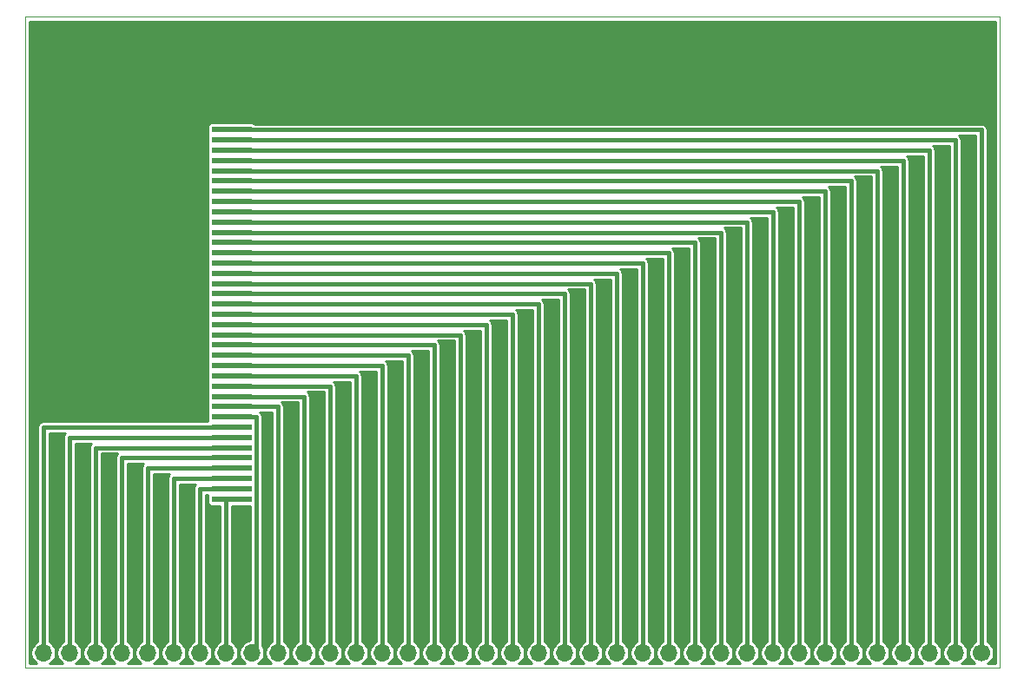
<source format=gbr>
G04 #@! TF.GenerationSoftware,KiCad,Pcbnew,(5.1.5)-3*
G04 #@! TF.CreationDate,2020-05-28T15:20:15-05:00*
G04 #@! TF.ProjectId,37P_TFT_Breakout,3337505f-5446-4545-9f42-7265616b6f75,rev?*
G04 #@! TF.SameCoordinates,Original*
G04 #@! TF.FileFunction,Copper,L1,Top*
G04 #@! TF.FilePolarity,Positive*
%FSLAX46Y46*%
G04 Gerber Fmt 4.6, Leading zero omitted, Abs format (unit mm)*
G04 Created by KiCad (PCBNEW (5.1.5)-3) date 2020-05-28 15:20:15*
%MOMM*%
%LPD*%
G04 APERTURE LIST*
G04 #@! TA.AperFunction,Profile*
%ADD10C,0.120000*%
G04 #@! TD*
G04 #@! TA.AperFunction,SMDPad,CuDef*
%ADD11R,4.000000X0.600000*%
G04 #@! TD*
G04 #@! TA.AperFunction,ComponentPad*
%ADD12C,1.700000*%
G04 #@! TD*
G04 #@! TA.AperFunction,ComponentPad*
%ADD13O,1.700000X1.700000*%
G04 #@! TD*
G04 #@! TA.AperFunction,Conductor*
%ADD14C,0.381000*%
G04 #@! TD*
G04 #@! TA.AperFunction,NonConductor*
%ADD15C,0.254000*%
G04 #@! TD*
G04 APERTURE END LIST*
D10*
X197500000Y-70000000D02*
X197500000Y-133500000D01*
X102500000Y-70000000D02*
X197500000Y-70000000D01*
X102500000Y-133500000D02*
X102500000Y-70000000D01*
X102500000Y-133500000D02*
X197500000Y-133500000D01*
D11*
G04 #@! TO.P,DS1,37*
G04 #@! TO.N,VSSC*
X122650000Y-117000000D03*
G04 #@! TO.P,DS1,36*
G04 #@! TO.N,BL_7*
X122650000Y-116000000D03*
G04 #@! TO.P,DS1,35*
G04 #@! TO.N,BL_6*
X122650000Y-115000000D03*
G04 #@! TO.P,DS1,34*
G04 #@! TO.N,BL_5*
X122650000Y-114000000D03*
G04 #@! TO.P,DS1,33*
G04 #@! TO.N,BL_4*
X122650000Y-113000000D03*
G04 #@! TO.P,DS1,32*
G04 #@! TO.N,BL_3*
X122650000Y-112000000D03*
G04 #@! TO.P,DS1,31*
G04 #@! TO.N,BL_2*
X122650000Y-111000000D03*
G04 #@! TO.P,DS1,30*
G04 #@! TO.N,BL_1*
X122650000Y-110000000D03*
G04 #@! TO.P,DS1,29*
G04 #@! TO.N,TS_X+*
X122650000Y-109000000D03*
G04 #@! TO.P,DS1,28*
G04 #@! TO.N,TS_Y+*
X122650000Y-108000000D03*
G04 #@! TO.P,DS1,27*
G04 #@! TO.N,TS_X-*
X122650000Y-107000000D03*
G04 #@! TO.P,DS1,26*
G04 #@! TO.N,TS_Y-*
X122650000Y-106000000D03*
G04 #@! TO.P,DS1,25*
G04 #@! TO.N,VSSB*
X122650000Y-105000000D03*
G04 #@! TO.P,DS1,24*
G04 #@! TO.N,DB15*
X122650000Y-104000000D03*
G04 #@! TO.P,DS1,23*
G04 #@! TO.N,DB14*
X122650000Y-103000000D03*
G04 #@! TO.P,DS1,22*
G04 #@! TO.N,DB13*
X122650000Y-102000000D03*
G04 #@! TO.P,DS1,21*
G04 #@! TO.N,DB12*
X122650000Y-101000000D03*
G04 #@! TO.P,DS1,20*
G04 #@! TO.N,DB11*
X122650000Y-100000000D03*
G04 #@! TO.P,DS1,19*
G04 #@! TO.N,DB10*
X122650000Y-99000000D03*
G04 #@! TO.P,DS1,18*
G04 #@! TO.N,DB9*
X122650000Y-98000000D03*
G04 #@! TO.P,DS1,17*
G04 #@! TO.N,DB8*
X122650000Y-97000000D03*
G04 #@! TO.P,DS1,16*
G04 #@! TO.N,DB7*
X122650000Y-96000000D03*
G04 #@! TO.P,DS1,15*
G04 #@! TO.N,DB6*
X122650000Y-95000000D03*
G04 #@! TO.P,DS1,14*
G04 #@! TO.N,DB5*
X122650000Y-94000000D03*
G04 #@! TO.P,DS1,13*
G04 #@! TO.N,DB4*
X122650000Y-93000000D03*
G04 #@! TO.P,DS1,12*
G04 #@! TO.N,DB3*
X122650000Y-92000000D03*
G04 #@! TO.P,DS1,11*
G04 #@! TO.N,DB2*
X122650000Y-91000000D03*
G04 #@! TO.P,DS1,10*
G04 #@! TO.N,DB1*
X122650000Y-90000000D03*
G04 #@! TO.P,DS1,9*
G04 #@! TO.N,DB0*
X122650000Y-89000000D03*
G04 #@! TO.P,DS1,8*
G04 #@! TO.N,LCD_RESET*
X122650000Y-88000000D03*
G04 #@! TO.P,DS1,7*
G04 #@! TO.N,LCD_RD*
X122650000Y-87000000D03*
G04 #@! TO.P,DS1,6*
G04 #@! TO.N,LCD_WR*
X122650000Y-86000000D03*
G04 #@! TO.P,DS1,5*
G04 #@! TO.N,LCD_DC*
X122650000Y-85000000D03*
G04 #@! TO.P,DS1,4*
G04 #@! TO.N,LCD_CS*
X122650000Y-84000000D03*
G04 #@! TO.P,DS1,3*
G04 #@! TO.N,VCCB*
X122650000Y-83000000D03*
G04 #@! TO.P,DS1,2*
G04 #@! TO.N,VCCA*
X122650000Y-82000000D03*
G04 #@! TO.P,DS1,1*
G04 #@! TO.N,VSSA*
X122650000Y-81000000D03*
G04 #@! TD*
D12*
G04 #@! TO.P,J1,1*
G04 #@! TO.N,VSSA*
X195720000Y-132000000D03*
D13*
G04 #@! TO.P,J1,2*
G04 #@! TO.N,VCCA*
X193180000Y-132000000D03*
G04 #@! TO.P,J1,3*
G04 #@! TO.N,VCCB*
X190640000Y-132000000D03*
G04 #@! TO.P,J1,4*
G04 #@! TO.N,LCD_CS*
X188100000Y-132000000D03*
G04 #@! TO.P,J1,5*
G04 #@! TO.N,LCD_DC*
X185560000Y-132000000D03*
G04 #@! TO.P,J1,6*
G04 #@! TO.N,LCD_WR*
X183020000Y-132000000D03*
G04 #@! TO.P,J1,7*
G04 #@! TO.N,LCD_RD*
X180480000Y-132000000D03*
G04 #@! TO.P,J1,8*
G04 #@! TO.N,LCD_RESET*
X177940000Y-132000000D03*
G04 #@! TO.P,J1,9*
G04 #@! TO.N,DB0*
X175400000Y-132000000D03*
G04 #@! TO.P,J1,10*
G04 #@! TO.N,DB1*
X172860000Y-132000000D03*
G04 #@! TO.P,J1,11*
G04 #@! TO.N,DB2*
X170320000Y-132000000D03*
G04 #@! TO.P,J1,12*
G04 #@! TO.N,DB3*
X167780000Y-132000000D03*
G04 #@! TO.P,J1,13*
G04 #@! TO.N,DB4*
X165240000Y-132000000D03*
G04 #@! TO.P,J1,14*
G04 #@! TO.N,DB5*
X162700000Y-132000000D03*
G04 #@! TO.P,J1,15*
G04 #@! TO.N,DB6*
X160160000Y-132000000D03*
G04 #@! TO.P,J1,16*
G04 #@! TO.N,DB7*
X157620000Y-132000000D03*
G04 #@! TO.P,J1,17*
G04 #@! TO.N,DB8*
X155080000Y-132000000D03*
G04 #@! TO.P,J1,18*
G04 #@! TO.N,DB9*
X152540000Y-132000000D03*
G04 #@! TO.P,J1,19*
G04 #@! TO.N,DB10*
X150000000Y-132000000D03*
G04 #@! TO.P,J1,20*
G04 #@! TO.N,DB11*
X147460000Y-132000000D03*
G04 #@! TO.P,J1,21*
G04 #@! TO.N,DB12*
X144920000Y-132000000D03*
G04 #@! TO.P,J1,22*
G04 #@! TO.N,DB13*
X142380000Y-132000000D03*
G04 #@! TO.P,J1,23*
G04 #@! TO.N,DB14*
X139840000Y-132000000D03*
G04 #@! TO.P,J1,24*
G04 #@! TO.N,DB15*
X137300000Y-132000000D03*
G04 #@! TO.P,J1,25*
G04 #@! TO.N,VSSB*
X134760000Y-132000000D03*
G04 #@! TO.P,J1,26*
G04 #@! TO.N,TS_Y-*
X132220000Y-132000000D03*
G04 #@! TO.P,J1,27*
G04 #@! TO.N,TS_X-*
X129680000Y-132000000D03*
G04 #@! TO.P,J1,28*
G04 #@! TO.N,TS_Y+*
X127140000Y-132000000D03*
G04 #@! TO.P,J1,29*
G04 #@! TO.N,TS_X+*
X124600000Y-132000000D03*
G04 #@! TO.P,J1,30*
G04 #@! TO.N,VSSC*
X122060000Y-132000000D03*
G04 #@! TO.P,J1,31*
G04 #@! TO.N,BL_7*
X119520000Y-132000000D03*
G04 #@! TO.P,J1,32*
G04 #@! TO.N,BL_6*
X116980000Y-132000000D03*
G04 #@! TO.P,J1,33*
G04 #@! TO.N,BL_5*
X114440000Y-132000000D03*
G04 #@! TO.P,J1,34*
G04 #@! TO.N,BL_4*
X111900000Y-132000000D03*
G04 #@! TO.P,J1,35*
G04 #@! TO.N,BL_3*
X109360000Y-132000000D03*
G04 #@! TO.P,J1,36*
G04 #@! TO.N,BL_2*
X106820000Y-132000000D03*
G04 #@! TO.P,J1,37*
G04 #@! TO.N,BL_1*
X104280000Y-132000000D03*
G04 #@! TD*
D14*
G04 #@! TO.N,BL_7*
X119520000Y-116000000D02*
X122650000Y-116000000D01*
X119520000Y-132000000D02*
X119520000Y-116000000D01*
G04 #@! TO.N,BL_6*
X120269000Y-115000000D02*
X122650000Y-115000000D01*
X116980000Y-132000000D02*
X116980000Y-115000000D01*
X116980000Y-115000000D02*
X120269000Y-115000000D01*
G04 #@! TO.N,BL_5*
X120269000Y-114000000D02*
X122650000Y-114000000D01*
X114440000Y-132000000D02*
X114440000Y-114000000D01*
X114440000Y-114000000D02*
X120269000Y-114000000D01*
G04 #@! TO.N,BL_4*
X120269000Y-113000000D02*
X122650000Y-113000000D01*
X111900000Y-132000000D02*
X111900000Y-113000000D01*
X111900000Y-113000000D02*
X120269000Y-113000000D01*
G04 #@! TO.N,BL_3*
X120269000Y-112000000D02*
X122650000Y-112000000D01*
X109360000Y-132000000D02*
X109360000Y-112000000D01*
X109360000Y-112000000D02*
X120269000Y-112000000D01*
G04 #@! TO.N,BL_2*
X120269000Y-111000000D02*
X122650000Y-111000000D01*
X106820000Y-132000000D02*
X106820000Y-111000000D01*
X106820000Y-111000000D02*
X120269000Y-111000000D01*
G04 #@! TO.N,BL_1*
X104280000Y-132000000D02*
X104280000Y-110000000D01*
X120269000Y-110000000D02*
X122650000Y-110000000D01*
X104280000Y-110000000D02*
X120269000Y-110000000D01*
G04 #@! TO.N,TS_X+*
X125031000Y-109000000D02*
X122650000Y-109000000D01*
X125040501Y-109009501D02*
X125031000Y-109000000D01*
X124600000Y-132000000D02*
X125040501Y-131559499D01*
X125040501Y-131559499D02*
X125040501Y-109009501D01*
G04 #@! TO.N,TS_Y+*
X127140000Y-108000000D02*
X122650000Y-108000000D01*
X127140000Y-132000000D02*
X127140000Y-108000000D01*
G04 #@! TO.N,TS_X-*
X129680000Y-130797919D02*
X129680000Y-132000000D01*
X122650000Y-107000000D02*
X129680000Y-107000000D01*
X129680000Y-107000000D02*
X129680000Y-130797919D01*
G04 #@! TO.N,TS_Y-*
X122650000Y-106000000D02*
X132220000Y-106000000D01*
X132220000Y-130797919D02*
X132220000Y-132000000D01*
X132220000Y-106000000D02*
X132220000Y-130797919D01*
G04 #@! TO.N,DB15*
X137300000Y-130797919D02*
X137300000Y-132000000D01*
X122650000Y-104000000D02*
X137300000Y-104000000D01*
X137300000Y-104000000D02*
X137300000Y-130797919D01*
G04 #@! TO.N,DB14*
X139840000Y-130797919D02*
X139840000Y-132000000D01*
X122650000Y-103000000D02*
X139840000Y-103000000D01*
X139840000Y-103000000D02*
X139840000Y-130797919D01*
G04 #@! TO.N,DB13*
X142380000Y-130797919D02*
X142380000Y-132000000D01*
X122650000Y-102000000D02*
X142380000Y-102000000D01*
X142380000Y-102000000D02*
X142380000Y-130797919D01*
G04 #@! TO.N,DB12*
X144920000Y-130797919D02*
X144920000Y-132000000D01*
X122650000Y-101000000D02*
X144920000Y-101000000D01*
X144920000Y-101000000D02*
X144920000Y-130797919D01*
G04 #@! TO.N,DB11*
X147460000Y-130797919D02*
X147460000Y-132000000D01*
X122650000Y-100000000D02*
X147460000Y-100000000D01*
X147460000Y-100000000D02*
X147460000Y-130797919D01*
G04 #@! TO.N,DB10*
X150000000Y-130797919D02*
X150000000Y-132000000D01*
X122650000Y-99000000D02*
X150000000Y-99000000D01*
X150000000Y-99000000D02*
X150000000Y-130797919D01*
G04 #@! TO.N,DB9*
X152540000Y-130797919D02*
X152540000Y-132000000D01*
X122650000Y-98000000D02*
X152540000Y-98000000D01*
X152540000Y-98000000D02*
X152540000Y-130797919D01*
G04 #@! TO.N,DB8*
X155080000Y-130797919D02*
X155080000Y-132000000D01*
X122650000Y-97000000D02*
X155080000Y-97000000D01*
X155080000Y-97000000D02*
X155080000Y-130797919D01*
G04 #@! TO.N,DB7*
X157620000Y-130797919D02*
X157620000Y-132000000D01*
X122650000Y-96000000D02*
X157620000Y-96000000D01*
X157620000Y-96000000D02*
X157620000Y-130797919D01*
G04 #@! TO.N,DB6*
X160160000Y-130797919D02*
X160160000Y-132000000D01*
X122650000Y-95000000D02*
X160160000Y-95000000D01*
X160160000Y-95000000D02*
X160160000Y-130797919D01*
G04 #@! TO.N,DB5*
X162700000Y-130797919D02*
X162700000Y-132000000D01*
X122650000Y-94000000D02*
X162700000Y-94000000D01*
X162700000Y-94000000D02*
X162700000Y-130797919D01*
G04 #@! TO.N,DB4*
X165240000Y-130797919D02*
X165240000Y-132000000D01*
X122650000Y-93000000D02*
X165240000Y-93000000D01*
X165240000Y-93000000D02*
X165240000Y-130797919D01*
G04 #@! TO.N,DB3*
X167780000Y-130797919D02*
X167780000Y-132000000D01*
X122650000Y-92000000D02*
X167780000Y-92000000D01*
X167780000Y-92000000D02*
X167780000Y-130797919D01*
G04 #@! TO.N,DB2*
X170320000Y-130797919D02*
X170320000Y-132000000D01*
X122650000Y-91000000D02*
X170320000Y-91000000D01*
X170320000Y-91000000D02*
X170320000Y-130797919D01*
G04 #@! TO.N,DB1*
X172860000Y-130797919D02*
X172860000Y-132000000D01*
X122650000Y-90000000D02*
X172860000Y-90000000D01*
X172860000Y-90000000D02*
X172860000Y-130797919D01*
G04 #@! TO.N,DB0*
X175400000Y-130797919D02*
X175400000Y-132000000D01*
X122650000Y-89000000D02*
X175400000Y-89000000D01*
X175400000Y-89000000D02*
X175400000Y-130797919D01*
G04 #@! TO.N,LCD_RESET*
X177940000Y-130797919D02*
X177940000Y-132000000D01*
X122650000Y-88000000D02*
X177940000Y-88000000D01*
X177940000Y-88000000D02*
X177940000Y-130797919D01*
G04 #@! TO.N,LCD_RD*
X180480000Y-130797919D02*
X180480000Y-132000000D01*
X122650000Y-87000000D02*
X180480000Y-87000000D01*
X180480000Y-87000000D02*
X180480000Y-130797919D01*
G04 #@! TO.N,LCD_WR*
X183020000Y-130797919D02*
X183020000Y-132000000D01*
X122650000Y-86000000D02*
X183020000Y-86000000D01*
X183020000Y-86000000D02*
X183020000Y-130797919D01*
G04 #@! TO.N,LCD_DC*
X122650000Y-85000000D02*
X185560000Y-85000000D01*
X185560000Y-130797919D02*
X185560000Y-132000000D01*
X185560000Y-85000000D02*
X185560000Y-130797919D01*
G04 #@! TO.N,LCD_CS*
X122650000Y-84000000D02*
X188100000Y-84000000D01*
X188100000Y-84000000D02*
X188100000Y-130797919D01*
X188100000Y-130797919D02*
X188100000Y-132000000D01*
G04 #@! TO.N,VSSC*
X122060000Y-117000000D02*
X122650000Y-117000000D01*
X122060000Y-132000000D02*
X122060000Y-117000000D01*
G04 #@! TO.N,VSSB*
X134760000Y-130797919D02*
X134760000Y-132000000D01*
X122650000Y-105000000D02*
X134760000Y-105000000D01*
X134760000Y-105000000D02*
X134760000Y-130797919D01*
G04 #@! TO.N,VCCB*
X190640000Y-130797919D02*
X190640000Y-132000000D01*
X122650000Y-83000000D02*
X190640000Y-83000000D01*
X190640000Y-83000000D02*
X190640000Y-130797919D01*
G04 #@! TO.N,VCCA*
X193180000Y-130797919D02*
X193180000Y-132000000D01*
X122650000Y-82000000D02*
X193180000Y-82000000D01*
X193180000Y-82000000D02*
X193180000Y-130797919D01*
G04 #@! TO.N,VSSA*
X195720000Y-130797919D02*
X195720000Y-132000000D01*
X122650000Y-81000000D02*
X195720000Y-81000000D01*
X195720000Y-81000000D02*
X195720000Y-130797919D01*
G04 #@! TD*
D15*
G36*
X119113933Y-115593933D02*
G01*
X119042516Y-115680955D01*
X118989448Y-115780238D01*
X118956769Y-115887966D01*
X118945735Y-116000000D01*
X118948501Y-116028085D01*
X118948500Y-130904298D01*
X118936903Y-130909102D01*
X118735283Y-131043820D01*
X118563820Y-131215283D01*
X118429102Y-131416903D01*
X118336307Y-131640931D01*
X118289000Y-131878757D01*
X118289000Y-132121243D01*
X118336307Y-132359069D01*
X118429102Y-132583097D01*
X118563820Y-132784717D01*
X118735283Y-132956180D01*
X118889164Y-133059000D01*
X117610836Y-133059000D01*
X117764717Y-132956180D01*
X117936180Y-132784717D01*
X118070898Y-132583097D01*
X118163693Y-132359069D01*
X118211000Y-132121243D01*
X118211000Y-131878757D01*
X118163693Y-131640931D01*
X118070898Y-131416903D01*
X117936180Y-131215283D01*
X117764717Y-131043820D01*
X117563097Y-130909102D01*
X117551500Y-130904298D01*
X117551500Y-115571500D01*
X119141268Y-115571500D01*
X119113933Y-115593933D01*
G37*
X119113933Y-115593933D02*
X119042516Y-115680955D01*
X118989448Y-115780238D01*
X118956769Y-115887966D01*
X118945735Y-116000000D01*
X118948501Y-116028085D01*
X118948500Y-130904298D01*
X118936903Y-130909102D01*
X118735283Y-131043820D01*
X118563820Y-131215283D01*
X118429102Y-131416903D01*
X118336307Y-131640931D01*
X118289000Y-131878757D01*
X118289000Y-132121243D01*
X118336307Y-132359069D01*
X118429102Y-132583097D01*
X118563820Y-132784717D01*
X118735283Y-132956180D01*
X118889164Y-133059000D01*
X117610836Y-133059000D01*
X117764717Y-132956180D01*
X117936180Y-132784717D01*
X118070898Y-132583097D01*
X118163693Y-132359069D01*
X118211000Y-132121243D01*
X118211000Y-131878757D01*
X118163693Y-131640931D01*
X118070898Y-131416903D01*
X117936180Y-131215283D01*
X117764717Y-131043820D01*
X117563097Y-130909102D01*
X117551500Y-130904298D01*
X117551500Y-115571500D01*
X119141268Y-115571500D01*
X119113933Y-115593933D01*
G36*
X172288501Y-130769836D02*
G01*
X172288500Y-130769846D01*
X172288500Y-130904298D01*
X172276903Y-130909102D01*
X172075283Y-131043820D01*
X171903820Y-131215283D01*
X171769102Y-131416903D01*
X171676307Y-131640931D01*
X171629000Y-131878757D01*
X171629000Y-132121243D01*
X171676307Y-132359069D01*
X171769102Y-132583097D01*
X171903820Y-132784717D01*
X172075283Y-132956180D01*
X172229164Y-133059000D01*
X170950836Y-133059000D01*
X171104717Y-132956180D01*
X171276180Y-132784717D01*
X171410898Y-132583097D01*
X171503693Y-132359069D01*
X171551000Y-132121243D01*
X171551000Y-131878757D01*
X171503693Y-131640931D01*
X171410898Y-131416903D01*
X171276180Y-131215283D01*
X171104717Y-131043820D01*
X170903097Y-130909102D01*
X170891500Y-130904298D01*
X170891500Y-91028074D01*
X170894265Y-91000000D01*
X170883231Y-90887966D01*
X170850552Y-90780238D01*
X170797484Y-90680955D01*
X170726067Y-90593933D01*
X170698732Y-90571500D01*
X172288500Y-90571500D01*
X172288501Y-130769836D01*
G37*
X172288501Y-130769836D02*
X172288500Y-130769846D01*
X172288500Y-130904298D01*
X172276903Y-130909102D01*
X172075283Y-131043820D01*
X171903820Y-131215283D01*
X171769102Y-131416903D01*
X171676307Y-131640931D01*
X171629000Y-131878757D01*
X171629000Y-132121243D01*
X171676307Y-132359069D01*
X171769102Y-132583097D01*
X171903820Y-132784717D01*
X172075283Y-132956180D01*
X172229164Y-133059000D01*
X170950836Y-133059000D01*
X171104717Y-132956180D01*
X171276180Y-132784717D01*
X171410898Y-132583097D01*
X171503693Y-132359069D01*
X171551000Y-132121243D01*
X171551000Y-131878757D01*
X171503693Y-131640931D01*
X171410898Y-131416903D01*
X171276180Y-131215283D01*
X171104717Y-131043820D01*
X170903097Y-130909102D01*
X170891500Y-130904298D01*
X170891500Y-91028074D01*
X170894265Y-91000000D01*
X170883231Y-90887966D01*
X170850552Y-90780238D01*
X170797484Y-90680955D01*
X170726067Y-90593933D01*
X170698732Y-90571500D01*
X172288500Y-90571500D01*
X172288501Y-130769836D01*
G36*
X146888501Y-130769836D02*
G01*
X146888500Y-130769846D01*
X146888500Y-130904298D01*
X146876903Y-130909102D01*
X146675283Y-131043820D01*
X146503820Y-131215283D01*
X146369102Y-131416903D01*
X146276307Y-131640931D01*
X146229000Y-131878757D01*
X146229000Y-132121243D01*
X146276307Y-132359069D01*
X146369102Y-132583097D01*
X146503820Y-132784717D01*
X146675283Y-132956180D01*
X146829164Y-133059000D01*
X145550836Y-133059000D01*
X145704717Y-132956180D01*
X145876180Y-132784717D01*
X146010898Y-132583097D01*
X146103693Y-132359069D01*
X146151000Y-132121243D01*
X146151000Y-131878757D01*
X146103693Y-131640931D01*
X146010898Y-131416903D01*
X145876180Y-131215283D01*
X145704717Y-131043820D01*
X145503097Y-130909102D01*
X145491500Y-130904298D01*
X145491500Y-101028074D01*
X145494265Y-101000000D01*
X145483231Y-100887966D01*
X145450552Y-100780238D01*
X145397484Y-100680955D01*
X145326067Y-100593933D01*
X145298732Y-100571500D01*
X146888500Y-100571500D01*
X146888501Y-130769836D01*
G37*
X146888501Y-130769836D02*
X146888500Y-130769846D01*
X146888500Y-130904298D01*
X146876903Y-130909102D01*
X146675283Y-131043820D01*
X146503820Y-131215283D01*
X146369102Y-131416903D01*
X146276307Y-131640931D01*
X146229000Y-131878757D01*
X146229000Y-132121243D01*
X146276307Y-132359069D01*
X146369102Y-132583097D01*
X146503820Y-132784717D01*
X146675283Y-132956180D01*
X146829164Y-133059000D01*
X145550836Y-133059000D01*
X145704717Y-132956180D01*
X145876180Y-132784717D01*
X146010898Y-132583097D01*
X146103693Y-132359069D01*
X146151000Y-132121243D01*
X146151000Y-131878757D01*
X146103693Y-131640931D01*
X146010898Y-131416903D01*
X145876180Y-131215283D01*
X145704717Y-131043820D01*
X145503097Y-130909102D01*
X145491500Y-130904298D01*
X145491500Y-101028074D01*
X145494265Y-101000000D01*
X145483231Y-100887966D01*
X145450552Y-100780238D01*
X145397484Y-100680955D01*
X145326067Y-100593933D01*
X145298732Y-100571500D01*
X146888500Y-100571500D01*
X146888501Y-130769836D01*
G36*
X197059001Y-133059000D02*
G01*
X196350836Y-133059000D01*
X196504717Y-132956180D01*
X196676180Y-132784717D01*
X196810898Y-132583097D01*
X196903693Y-132359069D01*
X196951000Y-132121243D01*
X196951000Y-131878757D01*
X196903693Y-131640931D01*
X196810898Y-131416903D01*
X196676180Y-131215283D01*
X196504717Y-131043820D01*
X196303097Y-130909102D01*
X196291500Y-130904298D01*
X196291500Y-81028074D01*
X196294265Y-81000000D01*
X196283231Y-80887966D01*
X196250552Y-80780238D01*
X196197484Y-80680955D01*
X196126067Y-80593933D01*
X196039045Y-80522516D01*
X195939762Y-80469448D01*
X195832034Y-80436769D01*
X195748074Y-80428500D01*
X195720000Y-80425735D01*
X195691926Y-80428500D01*
X124919750Y-80428500D01*
X124862696Y-80381678D01*
X124796508Y-80346299D01*
X124724689Y-80324513D01*
X124650000Y-80317157D01*
X120650000Y-80317157D01*
X120575311Y-80324513D01*
X120503492Y-80346299D01*
X120437304Y-80381678D01*
X120379289Y-80429289D01*
X120331678Y-80487304D01*
X120296299Y-80553492D01*
X120274513Y-80625311D01*
X120267157Y-80700000D01*
X120267157Y-81300000D01*
X120274513Y-81374689D01*
X120296299Y-81446508D01*
X120324892Y-81500000D01*
X120296299Y-81553492D01*
X120274513Y-81625311D01*
X120267157Y-81700000D01*
X120267157Y-82300000D01*
X120274513Y-82374689D01*
X120296299Y-82446508D01*
X120324892Y-82500000D01*
X120296299Y-82553492D01*
X120274513Y-82625311D01*
X120267157Y-82700000D01*
X120267157Y-83300000D01*
X120274513Y-83374689D01*
X120296299Y-83446508D01*
X120324892Y-83500000D01*
X120296299Y-83553492D01*
X120274513Y-83625311D01*
X120267157Y-83700000D01*
X120267157Y-84300000D01*
X120274513Y-84374689D01*
X120296299Y-84446508D01*
X120324892Y-84500000D01*
X120296299Y-84553492D01*
X120274513Y-84625311D01*
X120267157Y-84700000D01*
X120267157Y-85300000D01*
X120274513Y-85374689D01*
X120296299Y-85446508D01*
X120324892Y-85500000D01*
X120296299Y-85553492D01*
X120274513Y-85625311D01*
X120267157Y-85700000D01*
X120267157Y-86300000D01*
X120274513Y-86374689D01*
X120296299Y-86446508D01*
X120324892Y-86500000D01*
X120296299Y-86553492D01*
X120274513Y-86625311D01*
X120267157Y-86700000D01*
X120267157Y-87300000D01*
X120274513Y-87374689D01*
X120296299Y-87446508D01*
X120324892Y-87500000D01*
X120296299Y-87553492D01*
X120274513Y-87625311D01*
X120267157Y-87700000D01*
X120267157Y-88300000D01*
X120274513Y-88374689D01*
X120296299Y-88446508D01*
X120324892Y-88500000D01*
X120296299Y-88553492D01*
X120274513Y-88625311D01*
X120267157Y-88700000D01*
X120267157Y-89300000D01*
X120274513Y-89374689D01*
X120296299Y-89446508D01*
X120324892Y-89500000D01*
X120296299Y-89553492D01*
X120274513Y-89625311D01*
X120267157Y-89700000D01*
X120267157Y-90300000D01*
X120274513Y-90374689D01*
X120296299Y-90446508D01*
X120324892Y-90500000D01*
X120296299Y-90553492D01*
X120274513Y-90625311D01*
X120267157Y-90700000D01*
X120267157Y-91300000D01*
X120274513Y-91374689D01*
X120296299Y-91446508D01*
X120324892Y-91500000D01*
X120296299Y-91553492D01*
X120274513Y-91625311D01*
X120267157Y-91700000D01*
X120267157Y-92300000D01*
X120274513Y-92374689D01*
X120296299Y-92446508D01*
X120324892Y-92500000D01*
X120296299Y-92553492D01*
X120274513Y-92625311D01*
X120267157Y-92700000D01*
X120267157Y-93300000D01*
X120274513Y-93374689D01*
X120296299Y-93446508D01*
X120324892Y-93500000D01*
X120296299Y-93553492D01*
X120274513Y-93625311D01*
X120267157Y-93700000D01*
X120267157Y-94300000D01*
X120274513Y-94374689D01*
X120296299Y-94446508D01*
X120324892Y-94500000D01*
X120296299Y-94553492D01*
X120274513Y-94625311D01*
X120267157Y-94700000D01*
X120267157Y-95300000D01*
X120274513Y-95374689D01*
X120296299Y-95446508D01*
X120324892Y-95500000D01*
X120296299Y-95553492D01*
X120274513Y-95625311D01*
X120267157Y-95700000D01*
X120267157Y-96300000D01*
X120274513Y-96374689D01*
X120296299Y-96446508D01*
X120324892Y-96500000D01*
X120296299Y-96553492D01*
X120274513Y-96625311D01*
X120267157Y-96700000D01*
X120267157Y-97300000D01*
X120274513Y-97374689D01*
X120296299Y-97446508D01*
X120324892Y-97500000D01*
X120296299Y-97553492D01*
X120274513Y-97625311D01*
X120267157Y-97700000D01*
X120267157Y-98300000D01*
X120274513Y-98374689D01*
X120296299Y-98446508D01*
X120324892Y-98500000D01*
X120296299Y-98553492D01*
X120274513Y-98625311D01*
X120267157Y-98700000D01*
X120267157Y-99300000D01*
X120274513Y-99374689D01*
X120296299Y-99446508D01*
X120324892Y-99500000D01*
X120296299Y-99553492D01*
X120274513Y-99625311D01*
X120267157Y-99700000D01*
X120267157Y-100300000D01*
X120274513Y-100374689D01*
X120296299Y-100446508D01*
X120324892Y-100500000D01*
X120296299Y-100553492D01*
X120274513Y-100625311D01*
X120267157Y-100700000D01*
X120267157Y-101300000D01*
X120274513Y-101374689D01*
X120296299Y-101446508D01*
X120324892Y-101500000D01*
X120296299Y-101553492D01*
X120274513Y-101625311D01*
X120267157Y-101700000D01*
X120267157Y-102300000D01*
X120274513Y-102374689D01*
X120296299Y-102446508D01*
X120324892Y-102500000D01*
X120296299Y-102553492D01*
X120274513Y-102625311D01*
X120267157Y-102700000D01*
X120267157Y-103300000D01*
X120274513Y-103374689D01*
X120296299Y-103446508D01*
X120324892Y-103500000D01*
X120296299Y-103553492D01*
X120274513Y-103625311D01*
X120267157Y-103700000D01*
X120267157Y-104300000D01*
X120274513Y-104374689D01*
X120296299Y-104446508D01*
X120324892Y-104500000D01*
X120296299Y-104553492D01*
X120274513Y-104625311D01*
X120267157Y-104700000D01*
X120267157Y-105300000D01*
X120274513Y-105374689D01*
X120296299Y-105446508D01*
X120324892Y-105500000D01*
X120296299Y-105553492D01*
X120274513Y-105625311D01*
X120267157Y-105700000D01*
X120267157Y-106300000D01*
X120274513Y-106374689D01*
X120296299Y-106446508D01*
X120324892Y-106500000D01*
X120296299Y-106553492D01*
X120274513Y-106625311D01*
X120267157Y-106700000D01*
X120267157Y-107300000D01*
X120274513Y-107374689D01*
X120296299Y-107446508D01*
X120324892Y-107500000D01*
X120296299Y-107553492D01*
X120274513Y-107625311D01*
X120267157Y-107700000D01*
X120267157Y-108300000D01*
X120274513Y-108374689D01*
X120296299Y-108446508D01*
X120324892Y-108500000D01*
X120296299Y-108553492D01*
X120274513Y-108625311D01*
X120267157Y-108700000D01*
X120267157Y-109300000D01*
X120274513Y-109374689D01*
X120290836Y-109428500D01*
X104308074Y-109428500D01*
X104280000Y-109425735D01*
X104251926Y-109428500D01*
X104167966Y-109436769D01*
X104060238Y-109469448D01*
X103960955Y-109522516D01*
X103873933Y-109593933D01*
X103802516Y-109680955D01*
X103749448Y-109780238D01*
X103716769Y-109887966D01*
X103705735Y-110000000D01*
X103708501Y-110028085D01*
X103708500Y-130904298D01*
X103696903Y-130909102D01*
X103495283Y-131043820D01*
X103323820Y-131215283D01*
X103189102Y-131416903D01*
X103096307Y-131640931D01*
X103049000Y-131878757D01*
X103049000Y-132121243D01*
X103096307Y-132359069D01*
X103189102Y-132583097D01*
X103323820Y-132784717D01*
X103495283Y-132956180D01*
X103649164Y-133059000D01*
X102941000Y-133059000D01*
X102941000Y-70441000D01*
X197059000Y-70441000D01*
X197059001Y-133059000D01*
G37*
X197059001Y-133059000D02*
X196350836Y-133059000D01*
X196504717Y-132956180D01*
X196676180Y-132784717D01*
X196810898Y-132583097D01*
X196903693Y-132359069D01*
X196951000Y-132121243D01*
X196951000Y-131878757D01*
X196903693Y-131640931D01*
X196810898Y-131416903D01*
X196676180Y-131215283D01*
X196504717Y-131043820D01*
X196303097Y-130909102D01*
X196291500Y-130904298D01*
X196291500Y-81028074D01*
X196294265Y-81000000D01*
X196283231Y-80887966D01*
X196250552Y-80780238D01*
X196197484Y-80680955D01*
X196126067Y-80593933D01*
X196039045Y-80522516D01*
X195939762Y-80469448D01*
X195832034Y-80436769D01*
X195748074Y-80428500D01*
X195720000Y-80425735D01*
X195691926Y-80428500D01*
X124919750Y-80428500D01*
X124862696Y-80381678D01*
X124796508Y-80346299D01*
X124724689Y-80324513D01*
X124650000Y-80317157D01*
X120650000Y-80317157D01*
X120575311Y-80324513D01*
X120503492Y-80346299D01*
X120437304Y-80381678D01*
X120379289Y-80429289D01*
X120331678Y-80487304D01*
X120296299Y-80553492D01*
X120274513Y-80625311D01*
X120267157Y-80700000D01*
X120267157Y-81300000D01*
X120274513Y-81374689D01*
X120296299Y-81446508D01*
X120324892Y-81500000D01*
X120296299Y-81553492D01*
X120274513Y-81625311D01*
X120267157Y-81700000D01*
X120267157Y-82300000D01*
X120274513Y-82374689D01*
X120296299Y-82446508D01*
X120324892Y-82500000D01*
X120296299Y-82553492D01*
X120274513Y-82625311D01*
X120267157Y-82700000D01*
X120267157Y-83300000D01*
X120274513Y-83374689D01*
X120296299Y-83446508D01*
X120324892Y-83500000D01*
X120296299Y-83553492D01*
X120274513Y-83625311D01*
X120267157Y-83700000D01*
X120267157Y-84300000D01*
X120274513Y-84374689D01*
X120296299Y-84446508D01*
X120324892Y-84500000D01*
X120296299Y-84553492D01*
X120274513Y-84625311D01*
X120267157Y-84700000D01*
X120267157Y-85300000D01*
X120274513Y-85374689D01*
X120296299Y-85446508D01*
X120324892Y-85500000D01*
X120296299Y-85553492D01*
X120274513Y-85625311D01*
X120267157Y-85700000D01*
X120267157Y-86300000D01*
X120274513Y-86374689D01*
X120296299Y-86446508D01*
X120324892Y-86500000D01*
X120296299Y-86553492D01*
X120274513Y-86625311D01*
X120267157Y-86700000D01*
X120267157Y-87300000D01*
X120274513Y-87374689D01*
X120296299Y-87446508D01*
X120324892Y-87500000D01*
X120296299Y-87553492D01*
X120274513Y-87625311D01*
X120267157Y-87700000D01*
X120267157Y-88300000D01*
X120274513Y-88374689D01*
X120296299Y-88446508D01*
X120324892Y-88500000D01*
X120296299Y-88553492D01*
X120274513Y-88625311D01*
X120267157Y-88700000D01*
X120267157Y-89300000D01*
X120274513Y-89374689D01*
X120296299Y-89446508D01*
X120324892Y-89500000D01*
X120296299Y-89553492D01*
X120274513Y-89625311D01*
X120267157Y-89700000D01*
X120267157Y-90300000D01*
X120274513Y-90374689D01*
X120296299Y-90446508D01*
X120324892Y-90500000D01*
X120296299Y-90553492D01*
X120274513Y-90625311D01*
X120267157Y-90700000D01*
X120267157Y-91300000D01*
X120274513Y-91374689D01*
X120296299Y-91446508D01*
X120324892Y-91500000D01*
X120296299Y-91553492D01*
X120274513Y-91625311D01*
X120267157Y-91700000D01*
X120267157Y-92300000D01*
X120274513Y-92374689D01*
X120296299Y-92446508D01*
X120324892Y-92500000D01*
X120296299Y-92553492D01*
X120274513Y-92625311D01*
X120267157Y-92700000D01*
X120267157Y-93300000D01*
X120274513Y-93374689D01*
X120296299Y-93446508D01*
X120324892Y-93500000D01*
X120296299Y-93553492D01*
X120274513Y-93625311D01*
X120267157Y-93700000D01*
X120267157Y-94300000D01*
X120274513Y-94374689D01*
X120296299Y-94446508D01*
X120324892Y-94500000D01*
X120296299Y-94553492D01*
X120274513Y-94625311D01*
X120267157Y-94700000D01*
X120267157Y-95300000D01*
X120274513Y-95374689D01*
X120296299Y-95446508D01*
X120324892Y-95500000D01*
X120296299Y-95553492D01*
X120274513Y-95625311D01*
X120267157Y-95700000D01*
X120267157Y-96300000D01*
X120274513Y-96374689D01*
X120296299Y-96446508D01*
X120324892Y-96500000D01*
X120296299Y-96553492D01*
X120274513Y-96625311D01*
X120267157Y-96700000D01*
X120267157Y-97300000D01*
X120274513Y-97374689D01*
X120296299Y-97446508D01*
X120324892Y-97500000D01*
X120296299Y-97553492D01*
X120274513Y-97625311D01*
X120267157Y-97700000D01*
X120267157Y-98300000D01*
X120274513Y-98374689D01*
X120296299Y-98446508D01*
X120324892Y-98500000D01*
X120296299Y-98553492D01*
X120274513Y-98625311D01*
X120267157Y-98700000D01*
X120267157Y-99300000D01*
X120274513Y-99374689D01*
X120296299Y-99446508D01*
X120324892Y-99500000D01*
X120296299Y-99553492D01*
X120274513Y-99625311D01*
X120267157Y-99700000D01*
X120267157Y-100300000D01*
X120274513Y-100374689D01*
X120296299Y-100446508D01*
X120324892Y-100500000D01*
X120296299Y-100553492D01*
X120274513Y-100625311D01*
X120267157Y-100700000D01*
X120267157Y-101300000D01*
X120274513Y-101374689D01*
X120296299Y-101446508D01*
X120324892Y-101500000D01*
X120296299Y-101553492D01*
X120274513Y-101625311D01*
X120267157Y-101700000D01*
X120267157Y-102300000D01*
X120274513Y-102374689D01*
X120296299Y-102446508D01*
X120324892Y-102500000D01*
X120296299Y-102553492D01*
X120274513Y-102625311D01*
X120267157Y-102700000D01*
X120267157Y-103300000D01*
X120274513Y-103374689D01*
X120296299Y-103446508D01*
X120324892Y-103500000D01*
X120296299Y-103553492D01*
X120274513Y-103625311D01*
X120267157Y-103700000D01*
X120267157Y-104300000D01*
X120274513Y-104374689D01*
X120296299Y-104446508D01*
X120324892Y-104500000D01*
X120296299Y-104553492D01*
X120274513Y-104625311D01*
X120267157Y-104700000D01*
X120267157Y-105300000D01*
X120274513Y-105374689D01*
X120296299Y-105446508D01*
X120324892Y-105500000D01*
X120296299Y-105553492D01*
X120274513Y-105625311D01*
X120267157Y-105700000D01*
X120267157Y-106300000D01*
X120274513Y-106374689D01*
X120296299Y-106446508D01*
X120324892Y-106500000D01*
X120296299Y-106553492D01*
X120274513Y-106625311D01*
X120267157Y-106700000D01*
X120267157Y-107300000D01*
X120274513Y-107374689D01*
X120296299Y-107446508D01*
X120324892Y-107500000D01*
X120296299Y-107553492D01*
X120274513Y-107625311D01*
X120267157Y-107700000D01*
X120267157Y-108300000D01*
X120274513Y-108374689D01*
X120296299Y-108446508D01*
X120324892Y-108500000D01*
X120296299Y-108553492D01*
X120274513Y-108625311D01*
X120267157Y-108700000D01*
X120267157Y-109300000D01*
X120274513Y-109374689D01*
X120290836Y-109428500D01*
X104308074Y-109428500D01*
X104280000Y-109425735D01*
X104251926Y-109428500D01*
X104167966Y-109436769D01*
X104060238Y-109469448D01*
X103960955Y-109522516D01*
X103873933Y-109593933D01*
X103802516Y-109680955D01*
X103749448Y-109780238D01*
X103716769Y-109887966D01*
X103705735Y-110000000D01*
X103708501Y-110028085D01*
X103708500Y-130904298D01*
X103696903Y-130909102D01*
X103495283Y-131043820D01*
X103323820Y-131215283D01*
X103189102Y-131416903D01*
X103096307Y-131640931D01*
X103049000Y-131878757D01*
X103049000Y-132121243D01*
X103096307Y-132359069D01*
X103189102Y-132583097D01*
X103323820Y-132784717D01*
X103495283Y-132956180D01*
X103649164Y-133059000D01*
X102941000Y-133059000D01*
X102941000Y-70441000D01*
X197059000Y-70441000D01*
X197059001Y-133059000D01*
G36*
X106413933Y-110593933D02*
G01*
X106342516Y-110680955D01*
X106289448Y-110780238D01*
X106256769Y-110887966D01*
X106245735Y-111000000D01*
X106248501Y-111028085D01*
X106248500Y-130904298D01*
X106236903Y-130909102D01*
X106035283Y-131043820D01*
X105863820Y-131215283D01*
X105729102Y-131416903D01*
X105636307Y-131640931D01*
X105589000Y-131878757D01*
X105589000Y-132121243D01*
X105636307Y-132359069D01*
X105729102Y-132583097D01*
X105863820Y-132784717D01*
X106035283Y-132956180D01*
X106189164Y-133059000D01*
X104910836Y-133059000D01*
X105064717Y-132956180D01*
X105236180Y-132784717D01*
X105370898Y-132583097D01*
X105463693Y-132359069D01*
X105511000Y-132121243D01*
X105511000Y-131878757D01*
X105463693Y-131640931D01*
X105370898Y-131416903D01*
X105236180Y-131215283D01*
X105064717Y-131043820D01*
X104863097Y-130909102D01*
X104851500Y-130904298D01*
X104851500Y-110571500D01*
X106441268Y-110571500D01*
X106413933Y-110593933D01*
G37*
X106413933Y-110593933D02*
X106342516Y-110680955D01*
X106289448Y-110780238D01*
X106256769Y-110887966D01*
X106245735Y-111000000D01*
X106248501Y-111028085D01*
X106248500Y-130904298D01*
X106236903Y-130909102D01*
X106035283Y-131043820D01*
X105863820Y-131215283D01*
X105729102Y-131416903D01*
X105636307Y-131640931D01*
X105589000Y-131878757D01*
X105589000Y-132121243D01*
X105636307Y-132359069D01*
X105729102Y-132583097D01*
X105863820Y-132784717D01*
X106035283Y-132956180D01*
X106189164Y-133059000D01*
X104910836Y-133059000D01*
X105064717Y-132956180D01*
X105236180Y-132784717D01*
X105370898Y-132583097D01*
X105463693Y-132359069D01*
X105511000Y-132121243D01*
X105511000Y-131878757D01*
X105463693Y-131640931D01*
X105370898Y-131416903D01*
X105236180Y-131215283D01*
X105064717Y-131043820D01*
X104863097Y-130909102D01*
X104851500Y-130904298D01*
X104851500Y-110571500D01*
X106441268Y-110571500D01*
X106413933Y-110593933D01*
G36*
X108953933Y-111593933D02*
G01*
X108882516Y-111680955D01*
X108829448Y-111780238D01*
X108796769Y-111887966D01*
X108785735Y-112000000D01*
X108788501Y-112028085D01*
X108788500Y-130904298D01*
X108776903Y-130909102D01*
X108575283Y-131043820D01*
X108403820Y-131215283D01*
X108269102Y-131416903D01*
X108176307Y-131640931D01*
X108129000Y-131878757D01*
X108129000Y-132121243D01*
X108176307Y-132359069D01*
X108269102Y-132583097D01*
X108403820Y-132784717D01*
X108575283Y-132956180D01*
X108729164Y-133059000D01*
X107450836Y-133059000D01*
X107604717Y-132956180D01*
X107776180Y-132784717D01*
X107910898Y-132583097D01*
X108003693Y-132359069D01*
X108051000Y-132121243D01*
X108051000Y-131878757D01*
X108003693Y-131640931D01*
X107910898Y-131416903D01*
X107776180Y-131215283D01*
X107604717Y-131043820D01*
X107403097Y-130909102D01*
X107391500Y-130904298D01*
X107391500Y-111571500D01*
X108981268Y-111571500D01*
X108953933Y-111593933D01*
G37*
X108953933Y-111593933D02*
X108882516Y-111680955D01*
X108829448Y-111780238D01*
X108796769Y-111887966D01*
X108785735Y-112000000D01*
X108788501Y-112028085D01*
X108788500Y-130904298D01*
X108776903Y-130909102D01*
X108575283Y-131043820D01*
X108403820Y-131215283D01*
X108269102Y-131416903D01*
X108176307Y-131640931D01*
X108129000Y-131878757D01*
X108129000Y-132121243D01*
X108176307Y-132359069D01*
X108269102Y-132583097D01*
X108403820Y-132784717D01*
X108575283Y-132956180D01*
X108729164Y-133059000D01*
X107450836Y-133059000D01*
X107604717Y-132956180D01*
X107776180Y-132784717D01*
X107910898Y-132583097D01*
X108003693Y-132359069D01*
X108051000Y-132121243D01*
X108051000Y-131878757D01*
X108003693Y-131640931D01*
X107910898Y-131416903D01*
X107776180Y-131215283D01*
X107604717Y-131043820D01*
X107403097Y-130909102D01*
X107391500Y-130904298D01*
X107391500Y-111571500D01*
X108981268Y-111571500D01*
X108953933Y-111593933D01*
G36*
X111493933Y-112593933D02*
G01*
X111422516Y-112680955D01*
X111369448Y-112780238D01*
X111336769Y-112887966D01*
X111325735Y-113000000D01*
X111328501Y-113028085D01*
X111328500Y-130904298D01*
X111316903Y-130909102D01*
X111115283Y-131043820D01*
X110943820Y-131215283D01*
X110809102Y-131416903D01*
X110716307Y-131640931D01*
X110669000Y-131878757D01*
X110669000Y-132121243D01*
X110716307Y-132359069D01*
X110809102Y-132583097D01*
X110943820Y-132784717D01*
X111115283Y-132956180D01*
X111269164Y-133059000D01*
X109990836Y-133059000D01*
X110144717Y-132956180D01*
X110316180Y-132784717D01*
X110450898Y-132583097D01*
X110543693Y-132359069D01*
X110591000Y-132121243D01*
X110591000Y-131878757D01*
X110543693Y-131640931D01*
X110450898Y-131416903D01*
X110316180Y-131215283D01*
X110144717Y-131043820D01*
X109943097Y-130909102D01*
X109931500Y-130904298D01*
X109931500Y-112571500D01*
X111521268Y-112571500D01*
X111493933Y-112593933D01*
G37*
X111493933Y-112593933D02*
X111422516Y-112680955D01*
X111369448Y-112780238D01*
X111336769Y-112887966D01*
X111325735Y-113000000D01*
X111328501Y-113028085D01*
X111328500Y-130904298D01*
X111316903Y-130909102D01*
X111115283Y-131043820D01*
X110943820Y-131215283D01*
X110809102Y-131416903D01*
X110716307Y-131640931D01*
X110669000Y-131878757D01*
X110669000Y-132121243D01*
X110716307Y-132359069D01*
X110809102Y-132583097D01*
X110943820Y-132784717D01*
X111115283Y-132956180D01*
X111269164Y-133059000D01*
X109990836Y-133059000D01*
X110144717Y-132956180D01*
X110316180Y-132784717D01*
X110450898Y-132583097D01*
X110543693Y-132359069D01*
X110591000Y-132121243D01*
X110591000Y-131878757D01*
X110543693Y-131640931D01*
X110450898Y-131416903D01*
X110316180Y-131215283D01*
X110144717Y-131043820D01*
X109943097Y-130909102D01*
X109931500Y-130904298D01*
X109931500Y-112571500D01*
X111521268Y-112571500D01*
X111493933Y-112593933D01*
G36*
X114033933Y-113593933D02*
G01*
X113962516Y-113680955D01*
X113909448Y-113780238D01*
X113876769Y-113887966D01*
X113865735Y-114000000D01*
X113868501Y-114028085D01*
X113868500Y-130904298D01*
X113856903Y-130909102D01*
X113655283Y-131043820D01*
X113483820Y-131215283D01*
X113349102Y-131416903D01*
X113256307Y-131640931D01*
X113209000Y-131878757D01*
X113209000Y-132121243D01*
X113256307Y-132359069D01*
X113349102Y-132583097D01*
X113483820Y-132784717D01*
X113655283Y-132956180D01*
X113809164Y-133059000D01*
X112530836Y-133059000D01*
X112684717Y-132956180D01*
X112856180Y-132784717D01*
X112990898Y-132583097D01*
X113083693Y-132359069D01*
X113131000Y-132121243D01*
X113131000Y-131878757D01*
X113083693Y-131640931D01*
X112990898Y-131416903D01*
X112856180Y-131215283D01*
X112684717Y-131043820D01*
X112483097Y-130909102D01*
X112471500Y-130904298D01*
X112471500Y-113571500D01*
X114061268Y-113571500D01*
X114033933Y-113593933D01*
G37*
X114033933Y-113593933D02*
X113962516Y-113680955D01*
X113909448Y-113780238D01*
X113876769Y-113887966D01*
X113865735Y-114000000D01*
X113868501Y-114028085D01*
X113868500Y-130904298D01*
X113856903Y-130909102D01*
X113655283Y-131043820D01*
X113483820Y-131215283D01*
X113349102Y-131416903D01*
X113256307Y-131640931D01*
X113209000Y-131878757D01*
X113209000Y-132121243D01*
X113256307Y-132359069D01*
X113349102Y-132583097D01*
X113483820Y-132784717D01*
X113655283Y-132956180D01*
X113809164Y-133059000D01*
X112530836Y-133059000D01*
X112684717Y-132956180D01*
X112856180Y-132784717D01*
X112990898Y-132583097D01*
X113083693Y-132359069D01*
X113131000Y-132121243D01*
X113131000Y-131878757D01*
X113083693Y-131640931D01*
X112990898Y-131416903D01*
X112856180Y-131215283D01*
X112684717Y-131043820D01*
X112483097Y-130909102D01*
X112471500Y-130904298D01*
X112471500Y-113571500D01*
X114061268Y-113571500D01*
X114033933Y-113593933D01*
G36*
X120274513Y-116625311D02*
G01*
X120267157Y-116700000D01*
X120267157Y-117300000D01*
X120274513Y-117374689D01*
X120296299Y-117446508D01*
X120331678Y-117512696D01*
X120379289Y-117570711D01*
X120437304Y-117618322D01*
X120503492Y-117653701D01*
X120575311Y-117675487D01*
X120650000Y-117682843D01*
X121488501Y-117682843D01*
X121488500Y-130904298D01*
X121476903Y-130909102D01*
X121275283Y-131043820D01*
X121103820Y-131215283D01*
X120969102Y-131416903D01*
X120876307Y-131640931D01*
X120829000Y-131878757D01*
X120829000Y-132121243D01*
X120876307Y-132359069D01*
X120969102Y-132583097D01*
X121103820Y-132784717D01*
X121275283Y-132956180D01*
X121429164Y-133059000D01*
X120150836Y-133059000D01*
X120304717Y-132956180D01*
X120476180Y-132784717D01*
X120610898Y-132583097D01*
X120703693Y-132359069D01*
X120751000Y-132121243D01*
X120751000Y-131878757D01*
X120703693Y-131640931D01*
X120610898Y-131416903D01*
X120476180Y-131215283D01*
X120304717Y-131043820D01*
X120103097Y-130909102D01*
X120091500Y-130904298D01*
X120091500Y-116571500D01*
X120290836Y-116571500D01*
X120274513Y-116625311D01*
G37*
X120274513Y-116625311D02*
X120267157Y-116700000D01*
X120267157Y-117300000D01*
X120274513Y-117374689D01*
X120296299Y-117446508D01*
X120331678Y-117512696D01*
X120379289Y-117570711D01*
X120437304Y-117618322D01*
X120503492Y-117653701D01*
X120575311Y-117675487D01*
X120650000Y-117682843D01*
X121488501Y-117682843D01*
X121488500Y-130904298D01*
X121476903Y-130909102D01*
X121275283Y-131043820D01*
X121103820Y-131215283D01*
X120969102Y-131416903D01*
X120876307Y-131640931D01*
X120829000Y-131878757D01*
X120829000Y-132121243D01*
X120876307Y-132359069D01*
X120969102Y-132583097D01*
X121103820Y-132784717D01*
X121275283Y-132956180D01*
X121429164Y-133059000D01*
X120150836Y-133059000D01*
X120304717Y-132956180D01*
X120476180Y-132784717D01*
X120610898Y-132583097D01*
X120703693Y-132359069D01*
X120751000Y-132121243D01*
X120751000Y-131878757D01*
X120703693Y-131640931D01*
X120610898Y-131416903D01*
X120476180Y-131215283D01*
X120304717Y-131043820D01*
X120103097Y-130909102D01*
X120091500Y-130904298D01*
X120091500Y-116571500D01*
X120290836Y-116571500D01*
X120274513Y-116625311D01*
G36*
X116573933Y-114593933D02*
G01*
X116502516Y-114680955D01*
X116449448Y-114780238D01*
X116416769Y-114887966D01*
X116405735Y-115000000D01*
X116408501Y-115028085D01*
X116408500Y-130904298D01*
X116396903Y-130909102D01*
X116195283Y-131043820D01*
X116023820Y-131215283D01*
X115889102Y-131416903D01*
X115796307Y-131640931D01*
X115749000Y-131878757D01*
X115749000Y-132121243D01*
X115796307Y-132359069D01*
X115889102Y-132583097D01*
X116023820Y-132784717D01*
X116195283Y-132956180D01*
X116349164Y-133059000D01*
X115070836Y-133059000D01*
X115224717Y-132956180D01*
X115396180Y-132784717D01*
X115530898Y-132583097D01*
X115623693Y-132359069D01*
X115671000Y-132121243D01*
X115671000Y-131878757D01*
X115623693Y-131640931D01*
X115530898Y-131416903D01*
X115396180Y-131215283D01*
X115224717Y-131043820D01*
X115023097Y-130909102D01*
X115011500Y-130904298D01*
X115011500Y-114571500D01*
X116601268Y-114571500D01*
X116573933Y-114593933D01*
G37*
X116573933Y-114593933D02*
X116502516Y-114680955D01*
X116449448Y-114780238D01*
X116416769Y-114887966D01*
X116405735Y-115000000D01*
X116408501Y-115028085D01*
X116408500Y-130904298D01*
X116396903Y-130909102D01*
X116195283Y-131043820D01*
X116023820Y-131215283D01*
X115889102Y-131416903D01*
X115796307Y-131640931D01*
X115749000Y-131878757D01*
X115749000Y-132121243D01*
X115796307Y-132359069D01*
X115889102Y-132583097D01*
X116023820Y-132784717D01*
X116195283Y-132956180D01*
X116349164Y-133059000D01*
X115070836Y-133059000D01*
X115224717Y-132956180D01*
X115396180Y-132784717D01*
X115530898Y-132583097D01*
X115623693Y-132359069D01*
X115671000Y-132121243D01*
X115671000Y-131878757D01*
X115623693Y-131640931D01*
X115530898Y-131416903D01*
X115396180Y-131215283D01*
X115224717Y-131043820D01*
X115023097Y-130909102D01*
X115011500Y-130904298D01*
X115011500Y-114571500D01*
X116601268Y-114571500D01*
X116573933Y-114593933D01*
G36*
X141808501Y-130769836D02*
G01*
X141808500Y-130769846D01*
X141808500Y-130904298D01*
X141796903Y-130909102D01*
X141595283Y-131043820D01*
X141423820Y-131215283D01*
X141289102Y-131416903D01*
X141196307Y-131640931D01*
X141149000Y-131878757D01*
X141149000Y-132121243D01*
X141196307Y-132359069D01*
X141289102Y-132583097D01*
X141423820Y-132784717D01*
X141595283Y-132956180D01*
X141749164Y-133059000D01*
X140470836Y-133059000D01*
X140624717Y-132956180D01*
X140796180Y-132784717D01*
X140930898Y-132583097D01*
X141023693Y-132359069D01*
X141071000Y-132121243D01*
X141071000Y-131878757D01*
X141023693Y-131640931D01*
X140930898Y-131416903D01*
X140796180Y-131215283D01*
X140624717Y-131043820D01*
X140423097Y-130909102D01*
X140411500Y-130904298D01*
X140411500Y-103028074D01*
X140414265Y-103000000D01*
X140403231Y-102887966D01*
X140370552Y-102780238D01*
X140317484Y-102680955D01*
X140246067Y-102593933D01*
X140218732Y-102571500D01*
X141808500Y-102571500D01*
X141808501Y-130769836D01*
G37*
X141808501Y-130769836D02*
X141808500Y-130769846D01*
X141808500Y-130904298D01*
X141796903Y-130909102D01*
X141595283Y-131043820D01*
X141423820Y-131215283D01*
X141289102Y-131416903D01*
X141196307Y-131640931D01*
X141149000Y-131878757D01*
X141149000Y-132121243D01*
X141196307Y-132359069D01*
X141289102Y-132583097D01*
X141423820Y-132784717D01*
X141595283Y-132956180D01*
X141749164Y-133059000D01*
X140470836Y-133059000D01*
X140624717Y-132956180D01*
X140796180Y-132784717D01*
X140930898Y-132583097D01*
X141023693Y-132359069D01*
X141071000Y-132121243D01*
X141071000Y-131878757D01*
X141023693Y-131640931D01*
X140930898Y-131416903D01*
X140796180Y-131215283D01*
X140624717Y-131043820D01*
X140423097Y-130909102D01*
X140411500Y-130904298D01*
X140411500Y-103028074D01*
X140414265Y-103000000D01*
X140403231Y-102887966D01*
X140370552Y-102780238D01*
X140317484Y-102680955D01*
X140246067Y-102593933D01*
X140218732Y-102571500D01*
X141808500Y-102571500D01*
X141808501Y-130769836D01*
G36*
X124469001Y-130770941D02*
G01*
X124240931Y-130816307D01*
X124016903Y-130909102D01*
X123815283Y-131043820D01*
X123643820Y-131215283D01*
X123509102Y-131416903D01*
X123416307Y-131640931D01*
X123369000Y-131878757D01*
X123369000Y-132121243D01*
X123416307Y-132359069D01*
X123509102Y-132583097D01*
X123643820Y-132784717D01*
X123815283Y-132956180D01*
X123969164Y-133059000D01*
X122690836Y-133059000D01*
X122844717Y-132956180D01*
X123016180Y-132784717D01*
X123150898Y-132583097D01*
X123243693Y-132359069D01*
X123291000Y-132121243D01*
X123291000Y-131878757D01*
X123243693Y-131640931D01*
X123150898Y-131416903D01*
X123016180Y-131215283D01*
X122844717Y-131043820D01*
X122643097Y-130909102D01*
X122631500Y-130904298D01*
X122631500Y-117682843D01*
X124469002Y-117682843D01*
X124469001Y-130770941D01*
G37*
X124469001Y-130770941D02*
X124240931Y-130816307D01*
X124016903Y-130909102D01*
X123815283Y-131043820D01*
X123643820Y-131215283D01*
X123509102Y-131416903D01*
X123416307Y-131640931D01*
X123369000Y-131878757D01*
X123369000Y-132121243D01*
X123416307Y-132359069D01*
X123509102Y-132583097D01*
X123643820Y-132784717D01*
X123815283Y-132956180D01*
X123969164Y-133059000D01*
X122690836Y-133059000D01*
X122844717Y-132956180D01*
X123016180Y-132784717D01*
X123150898Y-132583097D01*
X123243693Y-132359069D01*
X123291000Y-132121243D01*
X123291000Y-131878757D01*
X123243693Y-131640931D01*
X123150898Y-131416903D01*
X123016180Y-131215283D01*
X122844717Y-131043820D01*
X122643097Y-130909102D01*
X122631500Y-130904298D01*
X122631500Y-117682843D01*
X124469002Y-117682843D01*
X124469001Y-130770941D01*
G36*
X126568500Y-130904298D02*
G01*
X126556903Y-130909102D01*
X126355283Y-131043820D01*
X126183820Y-131215283D01*
X126049102Y-131416903D01*
X125956307Y-131640931D01*
X125909000Y-131878757D01*
X125909000Y-132121243D01*
X125956307Y-132359069D01*
X126049102Y-132583097D01*
X126183820Y-132784717D01*
X126355283Y-132956180D01*
X126509164Y-133059000D01*
X125230836Y-133059000D01*
X125384717Y-132956180D01*
X125556180Y-132784717D01*
X125690898Y-132583097D01*
X125783693Y-132359069D01*
X125831000Y-132121243D01*
X125831000Y-131878757D01*
X125783693Y-131640931D01*
X125690898Y-131416903D01*
X125612001Y-131298825D01*
X125612001Y-109037572D01*
X125614766Y-109009500D01*
X125612001Y-108981427D01*
X125603732Y-108897467D01*
X125571053Y-108789739D01*
X125517985Y-108690456D01*
X125446568Y-108603434D01*
X125441350Y-108599151D01*
X125437067Y-108593933D01*
X125409732Y-108571500D01*
X126568501Y-108571500D01*
X126568500Y-130904298D01*
G37*
X126568500Y-130904298D02*
X126556903Y-130909102D01*
X126355283Y-131043820D01*
X126183820Y-131215283D01*
X126049102Y-131416903D01*
X125956307Y-131640931D01*
X125909000Y-131878757D01*
X125909000Y-132121243D01*
X125956307Y-132359069D01*
X126049102Y-132583097D01*
X126183820Y-132784717D01*
X126355283Y-132956180D01*
X126509164Y-133059000D01*
X125230836Y-133059000D01*
X125384717Y-132956180D01*
X125556180Y-132784717D01*
X125690898Y-132583097D01*
X125783693Y-132359069D01*
X125831000Y-132121243D01*
X125831000Y-131878757D01*
X125783693Y-131640931D01*
X125690898Y-131416903D01*
X125612001Y-131298825D01*
X125612001Y-109037572D01*
X125614766Y-109009500D01*
X125612001Y-108981427D01*
X125603732Y-108897467D01*
X125571053Y-108789739D01*
X125517985Y-108690456D01*
X125446568Y-108603434D01*
X125441350Y-108599151D01*
X125437067Y-108593933D01*
X125409732Y-108571500D01*
X126568501Y-108571500D01*
X126568500Y-130904298D01*
G36*
X129108501Y-130769836D02*
G01*
X129108500Y-130769846D01*
X129108500Y-130904298D01*
X129096903Y-130909102D01*
X128895283Y-131043820D01*
X128723820Y-131215283D01*
X128589102Y-131416903D01*
X128496307Y-131640931D01*
X128449000Y-131878757D01*
X128449000Y-132121243D01*
X128496307Y-132359069D01*
X128589102Y-132583097D01*
X128723820Y-132784717D01*
X128895283Y-132956180D01*
X129049164Y-133059000D01*
X127770836Y-133059000D01*
X127924717Y-132956180D01*
X128096180Y-132784717D01*
X128230898Y-132583097D01*
X128323693Y-132359069D01*
X128371000Y-132121243D01*
X128371000Y-131878757D01*
X128323693Y-131640931D01*
X128230898Y-131416903D01*
X128096180Y-131215283D01*
X127924717Y-131043820D01*
X127723097Y-130909102D01*
X127711500Y-130904298D01*
X127711500Y-108028074D01*
X127714265Y-108000000D01*
X127703231Y-107887966D01*
X127670552Y-107780238D01*
X127617484Y-107680955D01*
X127546067Y-107593933D01*
X127518732Y-107571500D01*
X129108500Y-107571500D01*
X129108501Y-130769836D01*
G37*
X129108501Y-130769836D02*
X129108500Y-130769846D01*
X129108500Y-130904298D01*
X129096903Y-130909102D01*
X128895283Y-131043820D01*
X128723820Y-131215283D01*
X128589102Y-131416903D01*
X128496307Y-131640931D01*
X128449000Y-131878757D01*
X128449000Y-132121243D01*
X128496307Y-132359069D01*
X128589102Y-132583097D01*
X128723820Y-132784717D01*
X128895283Y-132956180D01*
X129049164Y-133059000D01*
X127770836Y-133059000D01*
X127924717Y-132956180D01*
X128096180Y-132784717D01*
X128230898Y-132583097D01*
X128323693Y-132359069D01*
X128371000Y-132121243D01*
X128371000Y-131878757D01*
X128323693Y-131640931D01*
X128230898Y-131416903D01*
X128096180Y-131215283D01*
X127924717Y-131043820D01*
X127723097Y-130909102D01*
X127711500Y-130904298D01*
X127711500Y-108028074D01*
X127714265Y-108000000D01*
X127703231Y-107887966D01*
X127670552Y-107780238D01*
X127617484Y-107680955D01*
X127546067Y-107593933D01*
X127518732Y-107571500D01*
X129108500Y-107571500D01*
X129108501Y-130769836D01*
G36*
X131648501Y-130769836D02*
G01*
X131648500Y-130769846D01*
X131648500Y-130904298D01*
X131636903Y-130909102D01*
X131435283Y-131043820D01*
X131263820Y-131215283D01*
X131129102Y-131416903D01*
X131036307Y-131640931D01*
X130989000Y-131878757D01*
X130989000Y-132121243D01*
X131036307Y-132359069D01*
X131129102Y-132583097D01*
X131263820Y-132784717D01*
X131435283Y-132956180D01*
X131589164Y-133059000D01*
X130310836Y-133059000D01*
X130464717Y-132956180D01*
X130636180Y-132784717D01*
X130770898Y-132583097D01*
X130863693Y-132359069D01*
X130911000Y-132121243D01*
X130911000Y-131878757D01*
X130863693Y-131640931D01*
X130770898Y-131416903D01*
X130636180Y-131215283D01*
X130464717Y-131043820D01*
X130263097Y-130909102D01*
X130251500Y-130904298D01*
X130251500Y-107028074D01*
X130254265Y-107000000D01*
X130243231Y-106887966D01*
X130210552Y-106780238D01*
X130157484Y-106680955D01*
X130086067Y-106593933D01*
X130058732Y-106571500D01*
X131648500Y-106571500D01*
X131648501Y-130769836D01*
G37*
X131648501Y-130769836D02*
X131648500Y-130769846D01*
X131648500Y-130904298D01*
X131636903Y-130909102D01*
X131435283Y-131043820D01*
X131263820Y-131215283D01*
X131129102Y-131416903D01*
X131036307Y-131640931D01*
X130989000Y-131878757D01*
X130989000Y-132121243D01*
X131036307Y-132359069D01*
X131129102Y-132583097D01*
X131263820Y-132784717D01*
X131435283Y-132956180D01*
X131589164Y-133059000D01*
X130310836Y-133059000D01*
X130464717Y-132956180D01*
X130636180Y-132784717D01*
X130770898Y-132583097D01*
X130863693Y-132359069D01*
X130911000Y-132121243D01*
X130911000Y-131878757D01*
X130863693Y-131640931D01*
X130770898Y-131416903D01*
X130636180Y-131215283D01*
X130464717Y-131043820D01*
X130263097Y-130909102D01*
X130251500Y-130904298D01*
X130251500Y-107028074D01*
X130254265Y-107000000D01*
X130243231Y-106887966D01*
X130210552Y-106780238D01*
X130157484Y-106680955D01*
X130086067Y-106593933D01*
X130058732Y-106571500D01*
X131648500Y-106571500D01*
X131648501Y-130769836D01*
G36*
X134188501Y-130769836D02*
G01*
X134188500Y-130769846D01*
X134188500Y-130904298D01*
X134176903Y-130909102D01*
X133975283Y-131043820D01*
X133803820Y-131215283D01*
X133669102Y-131416903D01*
X133576307Y-131640931D01*
X133529000Y-131878757D01*
X133529000Y-132121243D01*
X133576307Y-132359069D01*
X133669102Y-132583097D01*
X133803820Y-132784717D01*
X133975283Y-132956180D01*
X134129164Y-133059000D01*
X132850836Y-133059000D01*
X133004717Y-132956180D01*
X133176180Y-132784717D01*
X133310898Y-132583097D01*
X133403693Y-132359069D01*
X133451000Y-132121243D01*
X133451000Y-131878757D01*
X133403693Y-131640931D01*
X133310898Y-131416903D01*
X133176180Y-131215283D01*
X133004717Y-131043820D01*
X132803097Y-130909102D01*
X132791500Y-130904298D01*
X132791500Y-106028074D01*
X132794265Y-106000000D01*
X132783231Y-105887966D01*
X132750552Y-105780238D01*
X132697484Y-105680955D01*
X132626067Y-105593933D01*
X132598732Y-105571500D01*
X134188500Y-105571500D01*
X134188501Y-130769836D01*
G37*
X134188501Y-130769836D02*
X134188500Y-130769846D01*
X134188500Y-130904298D01*
X134176903Y-130909102D01*
X133975283Y-131043820D01*
X133803820Y-131215283D01*
X133669102Y-131416903D01*
X133576307Y-131640931D01*
X133529000Y-131878757D01*
X133529000Y-132121243D01*
X133576307Y-132359069D01*
X133669102Y-132583097D01*
X133803820Y-132784717D01*
X133975283Y-132956180D01*
X134129164Y-133059000D01*
X132850836Y-133059000D01*
X133004717Y-132956180D01*
X133176180Y-132784717D01*
X133310898Y-132583097D01*
X133403693Y-132359069D01*
X133451000Y-132121243D01*
X133451000Y-131878757D01*
X133403693Y-131640931D01*
X133310898Y-131416903D01*
X133176180Y-131215283D01*
X133004717Y-131043820D01*
X132803097Y-130909102D01*
X132791500Y-130904298D01*
X132791500Y-106028074D01*
X132794265Y-106000000D01*
X132783231Y-105887966D01*
X132750552Y-105780238D01*
X132697484Y-105680955D01*
X132626067Y-105593933D01*
X132598732Y-105571500D01*
X134188500Y-105571500D01*
X134188501Y-130769836D01*
G36*
X136728501Y-130769836D02*
G01*
X136728500Y-130769846D01*
X136728500Y-130904298D01*
X136716903Y-130909102D01*
X136515283Y-131043820D01*
X136343820Y-131215283D01*
X136209102Y-131416903D01*
X136116307Y-131640931D01*
X136069000Y-131878757D01*
X136069000Y-132121243D01*
X136116307Y-132359069D01*
X136209102Y-132583097D01*
X136343820Y-132784717D01*
X136515283Y-132956180D01*
X136669164Y-133059000D01*
X135390836Y-133059000D01*
X135544717Y-132956180D01*
X135716180Y-132784717D01*
X135850898Y-132583097D01*
X135943693Y-132359069D01*
X135991000Y-132121243D01*
X135991000Y-131878757D01*
X135943693Y-131640931D01*
X135850898Y-131416903D01*
X135716180Y-131215283D01*
X135544717Y-131043820D01*
X135343097Y-130909102D01*
X135331500Y-130904298D01*
X135331500Y-105028074D01*
X135334265Y-105000000D01*
X135323231Y-104887966D01*
X135290552Y-104780238D01*
X135237484Y-104680955D01*
X135166067Y-104593933D01*
X135138732Y-104571500D01*
X136728500Y-104571500D01*
X136728501Y-130769836D01*
G37*
X136728501Y-130769836D02*
X136728500Y-130769846D01*
X136728500Y-130904298D01*
X136716903Y-130909102D01*
X136515283Y-131043820D01*
X136343820Y-131215283D01*
X136209102Y-131416903D01*
X136116307Y-131640931D01*
X136069000Y-131878757D01*
X136069000Y-132121243D01*
X136116307Y-132359069D01*
X136209102Y-132583097D01*
X136343820Y-132784717D01*
X136515283Y-132956180D01*
X136669164Y-133059000D01*
X135390836Y-133059000D01*
X135544717Y-132956180D01*
X135716180Y-132784717D01*
X135850898Y-132583097D01*
X135943693Y-132359069D01*
X135991000Y-132121243D01*
X135991000Y-131878757D01*
X135943693Y-131640931D01*
X135850898Y-131416903D01*
X135716180Y-131215283D01*
X135544717Y-131043820D01*
X135343097Y-130909102D01*
X135331500Y-130904298D01*
X135331500Y-105028074D01*
X135334265Y-105000000D01*
X135323231Y-104887966D01*
X135290552Y-104780238D01*
X135237484Y-104680955D01*
X135166067Y-104593933D01*
X135138732Y-104571500D01*
X136728500Y-104571500D01*
X136728501Y-130769836D01*
G36*
X139268501Y-130769836D02*
G01*
X139268500Y-130769846D01*
X139268500Y-130904298D01*
X139256903Y-130909102D01*
X139055283Y-131043820D01*
X138883820Y-131215283D01*
X138749102Y-131416903D01*
X138656307Y-131640931D01*
X138609000Y-131878757D01*
X138609000Y-132121243D01*
X138656307Y-132359069D01*
X138749102Y-132583097D01*
X138883820Y-132784717D01*
X139055283Y-132956180D01*
X139209164Y-133059000D01*
X137930836Y-133059000D01*
X138084717Y-132956180D01*
X138256180Y-132784717D01*
X138390898Y-132583097D01*
X138483693Y-132359069D01*
X138531000Y-132121243D01*
X138531000Y-131878757D01*
X138483693Y-131640931D01*
X138390898Y-131416903D01*
X138256180Y-131215283D01*
X138084717Y-131043820D01*
X137883097Y-130909102D01*
X137871500Y-130904298D01*
X137871500Y-104028074D01*
X137874265Y-104000000D01*
X137863231Y-103887966D01*
X137830552Y-103780238D01*
X137777484Y-103680955D01*
X137706067Y-103593933D01*
X137678732Y-103571500D01*
X139268500Y-103571500D01*
X139268501Y-130769836D01*
G37*
X139268501Y-130769836D02*
X139268500Y-130769846D01*
X139268500Y-130904298D01*
X139256903Y-130909102D01*
X139055283Y-131043820D01*
X138883820Y-131215283D01*
X138749102Y-131416903D01*
X138656307Y-131640931D01*
X138609000Y-131878757D01*
X138609000Y-132121243D01*
X138656307Y-132359069D01*
X138749102Y-132583097D01*
X138883820Y-132784717D01*
X139055283Y-132956180D01*
X139209164Y-133059000D01*
X137930836Y-133059000D01*
X138084717Y-132956180D01*
X138256180Y-132784717D01*
X138390898Y-132583097D01*
X138483693Y-132359069D01*
X138531000Y-132121243D01*
X138531000Y-131878757D01*
X138483693Y-131640931D01*
X138390898Y-131416903D01*
X138256180Y-131215283D01*
X138084717Y-131043820D01*
X137883097Y-130909102D01*
X137871500Y-130904298D01*
X137871500Y-104028074D01*
X137874265Y-104000000D01*
X137863231Y-103887966D01*
X137830552Y-103780238D01*
X137777484Y-103680955D01*
X137706067Y-103593933D01*
X137678732Y-103571500D01*
X139268500Y-103571500D01*
X139268501Y-130769836D01*
G36*
X169748501Y-130769836D02*
G01*
X169748500Y-130769846D01*
X169748500Y-130904298D01*
X169736903Y-130909102D01*
X169535283Y-131043820D01*
X169363820Y-131215283D01*
X169229102Y-131416903D01*
X169136307Y-131640931D01*
X169089000Y-131878757D01*
X169089000Y-132121243D01*
X169136307Y-132359069D01*
X169229102Y-132583097D01*
X169363820Y-132784717D01*
X169535283Y-132956180D01*
X169689164Y-133059000D01*
X168410836Y-133059000D01*
X168564717Y-132956180D01*
X168736180Y-132784717D01*
X168870898Y-132583097D01*
X168963693Y-132359069D01*
X169011000Y-132121243D01*
X169011000Y-131878757D01*
X168963693Y-131640931D01*
X168870898Y-131416903D01*
X168736180Y-131215283D01*
X168564717Y-131043820D01*
X168363097Y-130909102D01*
X168351500Y-130904298D01*
X168351500Y-92028074D01*
X168354265Y-92000000D01*
X168343231Y-91887966D01*
X168310552Y-91780238D01*
X168257484Y-91680955D01*
X168186067Y-91593933D01*
X168158732Y-91571500D01*
X169748500Y-91571500D01*
X169748501Y-130769836D01*
G37*
X169748501Y-130769836D02*
X169748500Y-130769846D01*
X169748500Y-130904298D01*
X169736903Y-130909102D01*
X169535283Y-131043820D01*
X169363820Y-131215283D01*
X169229102Y-131416903D01*
X169136307Y-131640931D01*
X169089000Y-131878757D01*
X169089000Y-132121243D01*
X169136307Y-132359069D01*
X169229102Y-132583097D01*
X169363820Y-132784717D01*
X169535283Y-132956180D01*
X169689164Y-133059000D01*
X168410836Y-133059000D01*
X168564717Y-132956180D01*
X168736180Y-132784717D01*
X168870898Y-132583097D01*
X168963693Y-132359069D01*
X169011000Y-132121243D01*
X169011000Y-131878757D01*
X168963693Y-131640931D01*
X168870898Y-131416903D01*
X168736180Y-131215283D01*
X168564717Y-131043820D01*
X168363097Y-130909102D01*
X168351500Y-130904298D01*
X168351500Y-92028074D01*
X168354265Y-92000000D01*
X168343231Y-91887966D01*
X168310552Y-91780238D01*
X168257484Y-91680955D01*
X168186067Y-91593933D01*
X168158732Y-91571500D01*
X169748500Y-91571500D01*
X169748501Y-130769836D01*
G36*
X144348501Y-130769836D02*
G01*
X144348500Y-130769846D01*
X144348500Y-130904298D01*
X144336903Y-130909102D01*
X144135283Y-131043820D01*
X143963820Y-131215283D01*
X143829102Y-131416903D01*
X143736307Y-131640931D01*
X143689000Y-131878757D01*
X143689000Y-132121243D01*
X143736307Y-132359069D01*
X143829102Y-132583097D01*
X143963820Y-132784717D01*
X144135283Y-132956180D01*
X144289164Y-133059000D01*
X143010836Y-133059000D01*
X143164717Y-132956180D01*
X143336180Y-132784717D01*
X143470898Y-132583097D01*
X143563693Y-132359069D01*
X143611000Y-132121243D01*
X143611000Y-131878757D01*
X143563693Y-131640931D01*
X143470898Y-131416903D01*
X143336180Y-131215283D01*
X143164717Y-131043820D01*
X142963097Y-130909102D01*
X142951500Y-130904298D01*
X142951500Y-102028074D01*
X142954265Y-102000000D01*
X142943231Y-101887966D01*
X142910552Y-101780238D01*
X142857484Y-101680955D01*
X142786067Y-101593933D01*
X142758732Y-101571500D01*
X144348500Y-101571500D01*
X144348501Y-130769836D01*
G37*
X144348501Y-130769836D02*
X144348500Y-130769846D01*
X144348500Y-130904298D01*
X144336903Y-130909102D01*
X144135283Y-131043820D01*
X143963820Y-131215283D01*
X143829102Y-131416903D01*
X143736307Y-131640931D01*
X143689000Y-131878757D01*
X143689000Y-132121243D01*
X143736307Y-132359069D01*
X143829102Y-132583097D01*
X143963820Y-132784717D01*
X144135283Y-132956180D01*
X144289164Y-133059000D01*
X143010836Y-133059000D01*
X143164717Y-132956180D01*
X143336180Y-132784717D01*
X143470898Y-132583097D01*
X143563693Y-132359069D01*
X143611000Y-132121243D01*
X143611000Y-131878757D01*
X143563693Y-131640931D01*
X143470898Y-131416903D01*
X143336180Y-131215283D01*
X143164717Y-131043820D01*
X142963097Y-130909102D01*
X142951500Y-130904298D01*
X142951500Y-102028074D01*
X142954265Y-102000000D01*
X142943231Y-101887966D01*
X142910552Y-101780238D01*
X142857484Y-101680955D01*
X142786067Y-101593933D01*
X142758732Y-101571500D01*
X144348500Y-101571500D01*
X144348501Y-130769836D01*
G36*
X195148501Y-130769836D02*
G01*
X195148500Y-130769846D01*
X195148500Y-130904298D01*
X195136903Y-130909102D01*
X194935283Y-131043820D01*
X194763820Y-131215283D01*
X194629102Y-131416903D01*
X194536307Y-131640931D01*
X194489000Y-131878757D01*
X194489000Y-132121243D01*
X194536307Y-132359069D01*
X194629102Y-132583097D01*
X194763820Y-132784717D01*
X194935283Y-132956180D01*
X195089164Y-133059000D01*
X193810836Y-133059000D01*
X193964717Y-132956180D01*
X194136180Y-132784717D01*
X194270898Y-132583097D01*
X194363693Y-132359069D01*
X194411000Y-132121243D01*
X194411000Y-131878757D01*
X194363693Y-131640931D01*
X194270898Y-131416903D01*
X194136180Y-131215283D01*
X193964717Y-131043820D01*
X193763097Y-130909102D01*
X193751500Y-130904298D01*
X193751500Y-82028074D01*
X193754265Y-82000000D01*
X193743231Y-81887966D01*
X193710552Y-81780238D01*
X193657484Y-81680955D01*
X193586067Y-81593933D01*
X193558732Y-81571500D01*
X195148500Y-81571500D01*
X195148501Y-130769836D01*
G37*
X195148501Y-130769836D02*
X195148500Y-130769846D01*
X195148500Y-130904298D01*
X195136903Y-130909102D01*
X194935283Y-131043820D01*
X194763820Y-131215283D01*
X194629102Y-131416903D01*
X194536307Y-131640931D01*
X194489000Y-131878757D01*
X194489000Y-132121243D01*
X194536307Y-132359069D01*
X194629102Y-132583097D01*
X194763820Y-132784717D01*
X194935283Y-132956180D01*
X195089164Y-133059000D01*
X193810836Y-133059000D01*
X193964717Y-132956180D01*
X194136180Y-132784717D01*
X194270898Y-132583097D01*
X194363693Y-132359069D01*
X194411000Y-132121243D01*
X194411000Y-131878757D01*
X194363693Y-131640931D01*
X194270898Y-131416903D01*
X194136180Y-131215283D01*
X193964717Y-131043820D01*
X193763097Y-130909102D01*
X193751500Y-130904298D01*
X193751500Y-82028074D01*
X193754265Y-82000000D01*
X193743231Y-81887966D01*
X193710552Y-81780238D01*
X193657484Y-81680955D01*
X193586067Y-81593933D01*
X193558732Y-81571500D01*
X195148500Y-81571500D01*
X195148501Y-130769836D01*
G36*
X149428501Y-130769836D02*
G01*
X149428500Y-130769846D01*
X149428500Y-130904298D01*
X149416903Y-130909102D01*
X149215283Y-131043820D01*
X149043820Y-131215283D01*
X148909102Y-131416903D01*
X148816307Y-131640931D01*
X148769000Y-131878757D01*
X148769000Y-132121243D01*
X148816307Y-132359069D01*
X148909102Y-132583097D01*
X149043820Y-132784717D01*
X149215283Y-132956180D01*
X149369164Y-133059000D01*
X148090836Y-133059000D01*
X148244717Y-132956180D01*
X148416180Y-132784717D01*
X148550898Y-132583097D01*
X148643693Y-132359069D01*
X148691000Y-132121243D01*
X148691000Y-131878757D01*
X148643693Y-131640931D01*
X148550898Y-131416903D01*
X148416180Y-131215283D01*
X148244717Y-131043820D01*
X148043097Y-130909102D01*
X148031500Y-130904298D01*
X148031500Y-100028074D01*
X148034265Y-100000000D01*
X148023231Y-99887966D01*
X147990552Y-99780238D01*
X147937484Y-99680955D01*
X147866067Y-99593933D01*
X147838732Y-99571500D01*
X149428500Y-99571500D01*
X149428501Y-130769836D01*
G37*
X149428501Y-130769836D02*
X149428500Y-130769846D01*
X149428500Y-130904298D01*
X149416903Y-130909102D01*
X149215283Y-131043820D01*
X149043820Y-131215283D01*
X148909102Y-131416903D01*
X148816307Y-131640931D01*
X148769000Y-131878757D01*
X148769000Y-132121243D01*
X148816307Y-132359069D01*
X148909102Y-132583097D01*
X149043820Y-132784717D01*
X149215283Y-132956180D01*
X149369164Y-133059000D01*
X148090836Y-133059000D01*
X148244717Y-132956180D01*
X148416180Y-132784717D01*
X148550898Y-132583097D01*
X148643693Y-132359069D01*
X148691000Y-132121243D01*
X148691000Y-131878757D01*
X148643693Y-131640931D01*
X148550898Y-131416903D01*
X148416180Y-131215283D01*
X148244717Y-131043820D01*
X148043097Y-130909102D01*
X148031500Y-130904298D01*
X148031500Y-100028074D01*
X148034265Y-100000000D01*
X148023231Y-99887966D01*
X147990552Y-99780238D01*
X147937484Y-99680955D01*
X147866067Y-99593933D01*
X147838732Y-99571500D01*
X149428500Y-99571500D01*
X149428501Y-130769836D01*
G36*
X151968501Y-130769836D02*
G01*
X151968500Y-130769846D01*
X151968500Y-130904298D01*
X151956903Y-130909102D01*
X151755283Y-131043820D01*
X151583820Y-131215283D01*
X151449102Y-131416903D01*
X151356307Y-131640931D01*
X151309000Y-131878757D01*
X151309000Y-132121243D01*
X151356307Y-132359069D01*
X151449102Y-132583097D01*
X151583820Y-132784717D01*
X151755283Y-132956180D01*
X151909164Y-133059000D01*
X150630836Y-133059000D01*
X150784717Y-132956180D01*
X150956180Y-132784717D01*
X151090898Y-132583097D01*
X151183693Y-132359069D01*
X151231000Y-132121243D01*
X151231000Y-131878757D01*
X151183693Y-131640931D01*
X151090898Y-131416903D01*
X150956180Y-131215283D01*
X150784717Y-131043820D01*
X150583097Y-130909102D01*
X150571500Y-130904298D01*
X150571500Y-99028074D01*
X150574265Y-99000000D01*
X150563231Y-98887966D01*
X150530552Y-98780238D01*
X150477484Y-98680955D01*
X150406067Y-98593933D01*
X150378732Y-98571500D01*
X151968500Y-98571500D01*
X151968501Y-130769836D01*
G37*
X151968501Y-130769836D02*
X151968500Y-130769846D01*
X151968500Y-130904298D01*
X151956903Y-130909102D01*
X151755283Y-131043820D01*
X151583820Y-131215283D01*
X151449102Y-131416903D01*
X151356307Y-131640931D01*
X151309000Y-131878757D01*
X151309000Y-132121243D01*
X151356307Y-132359069D01*
X151449102Y-132583097D01*
X151583820Y-132784717D01*
X151755283Y-132956180D01*
X151909164Y-133059000D01*
X150630836Y-133059000D01*
X150784717Y-132956180D01*
X150956180Y-132784717D01*
X151090898Y-132583097D01*
X151183693Y-132359069D01*
X151231000Y-132121243D01*
X151231000Y-131878757D01*
X151183693Y-131640931D01*
X151090898Y-131416903D01*
X150956180Y-131215283D01*
X150784717Y-131043820D01*
X150583097Y-130909102D01*
X150571500Y-130904298D01*
X150571500Y-99028074D01*
X150574265Y-99000000D01*
X150563231Y-98887966D01*
X150530552Y-98780238D01*
X150477484Y-98680955D01*
X150406067Y-98593933D01*
X150378732Y-98571500D01*
X151968500Y-98571500D01*
X151968501Y-130769836D01*
G36*
X154508501Y-130769836D02*
G01*
X154508500Y-130769846D01*
X154508500Y-130904298D01*
X154496903Y-130909102D01*
X154295283Y-131043820D01*
X154123820Y-131215283D01*
X153989102Y-131416903D01*
X153896307Y-131640931D01*
X153849000Y-131878757D01*
X153849000Y-132121243D01*
X153896307Y-132359069D01*
X153989102Y-132583097D01*
X154123820Y-132784717D01*
X154295283Y-132956180D01*
X154449164Y-133059000D01*
X153170836Y-133059000D01*
X153324717Y-132956180D01*
X153496180Y-132784717D01*
X153630898Y-132583097D01*
X153723693Y-132359069D01*
X153771000Y-132121243D01*
X153771000Y-131878757D01*
X153723693Y-131640931D01*
X153630898Y-131416903D01*
X153496180Y-131215283D01*
X153324717Y-131043820D01*
X153123097Y-130909102D01*
X153111500Y-130904298D01*
X153111500Y-98028074D01*
X153114265Y-98000000D01*
X153103231Y-97887966D01*
X153070552Y-97780238D01*
X153017484Y-97680955D01*
X152946067Y-97593933D01*
X152918732Y-97571500D01*
X154508500Y-97571500D01*
X154508501Y-130769836D01*
G37*
X154508501Y-130769836D02*
X154508500Y-130769846D01*
X154508500Y-130904298D01*
X154496903Y-130909102D01*
X154295283Y-131043820D01*
X154123820Y-131215283D01*
X153989102Y-131416903D01*
X153896307Y-131640931D01*
X153849000Y-131878757D01*
X153849000Y-132121243D01*
X153896307Y-132359069D01*
X153989102Y-132583097D01*
X154123820Y-132784717D01*
X154295283Y-132956180D01*
X154449164Y-133059000D01*
X153170836Y-133059000D01*
X153324717Y-132956180D01*
X153496180Y-132784717D01*
X153630898Y-132583097D01*
X153723693Y-132359069D01*
X153771000Y-132121243D01*
X153771000Y-131878757D01*
X153723693Y-131640931D01*
X153630898Y-131416903D01*
X153496180Y-131215283D01*
X153324717Y-131043820D01*
X153123097Y-130909102D01*
X153111500Y-130904298D01*
X153111500Y-98028074D01*
X153114265Y-98000000D01*
X153103231Y-97887966D01*
X153070552Y-97780238D01*
X153017484Y-97680955D01*
X152946067Y-97593933D01*
X152918732Y-97571500D01*
X154508500Y-97571500D01*
X154508501Y-130769836D01*
G36*
X157048501Y-130769836D02*
G01*
X157048500Y-130769846D01*
X157048500Y-130904298D01*
X157036903Y-130909102D01*
X156835283Y-131043820D01*
X156663820Y-131215283D01*
X156529102Y-131416903D01*
X156436307Y-131640931D01*
X156389000Y-131878757D01*
X156389000Y-132121243D01*
X156436307Y-132359069D01*
X156529102Y-132583097D01*
X156663820Y-132784717D01*
X156835283Y-132956180D01*
X156989164Y-133059000D01*
X155710836Y-133059000D01*
X155864717Y-132956180D01*
X156036180Y-132784717D01*
X156170898Y-132583097D01*
X156263693Y-132359069D01*
X156311000Y-132121243D01*
X156311000Y-131878757D01*
X156263693Y-131640931D01*
X156170898Y-131416903D01*
X156036180Y-131215283D01*
X155864717Y-131043820D01*
X155663097Y-130909102D01*
X155651500Y-130904298D01*
X155651500Y-97028074D01*
X155654265Y-97000000D01*
X155643231Y-96887966D01*
X155610552Y-96780238D01*
X155557484Y-96680955D01*
X155486067Y-96593933D01*
X155458732Y-96571500D01*
X157048500Y-96571500D01*
X157048501Y-130769836D01*
G37*
X157048501Y-130769836D02*
X157048500Y-130769846D01*
X157048500Y-130904298D01*
X157036903Y-130909102D01*
X156835283Y-131043820D01*
X156663820Y-131215283D01*
X156529102Y-131416903D01*
X156436307Y-131640931D01*
X156389000Y-131878757D01*
X156389000Y-132121243D01*
X156436307Y-132359069D01*
X156529102Y-132583097D01*
X156663820Y-132784717D01*
X156835283Y-132956180D01*
X156989164Y-133059000D01*
X155710836Y-133059000D01*
X155864717Y-132956180D01*
X156036180Y-132784717D01*
X156170898Y-132583097D01*
X156263693Y-132359069D01*
X156311000Y-132121243D01*
X156311000Y-131878757D01*
X156263693Y-131640931D01*
X156170898Y-131416903D01*
X156036180Y-131215283D01*
X155864717Y-131043820D01*
X155663097Y-130909102D01*
X155651500Y-130904298D01*
X155651500Y-97028074D01*
X155654265Y-97000000D01*
X155643231Y-96887966D01*
X155610552Y-96780238D01*
X155557484Y-96680955D01*
X155486067Y-96593933D01*
X155458732Y-96571500D01*
X157048500Y-96571500D01*
X157048501Y-130769836D01*
G36*
X159588501Y-130769836D02*
G01*
X159588500Y-130769846D01*
X159588500Y-130904298D01*
X159576903Y-130909102D01*
X159375283Y-131043820D01*
X159203820Y-131215283D01*
X159069102Y-131416903D01*
X158976307Y-131640931D01*
X158929000Y-131878757D01*
X158929000Y-132121243D01*
X158976307Y-132359069D01*
X159069102Y-132583097D01*
X159203820Y-132784717D01*
X159375283Y-132956180D01*
X159529164Y-133059000D01*
X158250836Y-133059000D01*
X158404717Y-132956180D01*
X158576180Y-132784717D01*
X158710898Y-132583097D01*
X158803693Y-132359069D01*
X158851000Y-132121243D01*
X158851000Y-131878757D01*
X158803693Y-131640931D01*
X158710898Y-131416903D01*
X158576180Y-131215283D01*
X158404717Y-131043820D01*
X158203097Y-130909102D01*
X158191500Y-130904298D01*
X158191500Y-96028074D01*
X158194265Y-96000000D01*
X158183231Y-95887966D01*
X158150552Y-95780238D01*
X158097484Y-95680955D01*
X158026067Y-95593933D01*
X157998732Y-95571500D01*
X159588500Y-95571500D01*
X159588501Y-130769836D01*
G37*
X159588501Y-130769836D02*
X159588500Y-130769846D01*
X159588500Y-130904298D01*
X159576903Y-130909102D01*
X159375283Y-131043820D01*
X159203820Y-131215283D01*
X159069102Y-131416903D01*
X158976307Y-131640931D01*
X158929000Y-131878757D01*
X158929000Y-132121243D01*
X158976307Y-132359069D01*
X159069102Y-132583097D01*
X159203820Y-132784717D01*
X159375283Y-132956180D01*
X159529164Y-133059000D01*
X158250836Y-133059000D01*
X158404717Y-132956180D01*
X158576180Y-132784717D01*
X158710898Y-132583097D01*
X158803693Y-132359069D01*
X158851000Y-132121243D01*
X158851000Y-131878757D01*
X158803693Y-131640931D01*
X158710898Y-131416903D01*
X158576180Y-131215283D01*
X158404717Y-131043820D01*
X158203097Y-130909102D01*
X158191500Y-130904298D01*
X158191500Y-96028074D01*
X158194265Y-96000000D01*
X158183231Y-95887966D01*
X158150552Y-95780238D01*
X158097484Y-95680955D01*
X158026067Y-95593933D01*
X157998732Y-95571500D01*
X159588500Y-95571500D01*
X159588501Y-130769836D01*
G36*
X162128501Y-130769836D02*
G01*
X162128500Y-130769846D01*
X162128500Y-130904298D01*
X162116903Y-130909102D01*
X161915283Y-131043820D01*
X161743820Y-131215283D01*
X161609102Y-131416903D01*
X161516307Y-131640931D01*
X161469000Y-131878757D01*
X161469000Y-132121243D01*
X161516307Y-132359069D01*
X161609102Y-132583097D01*
X161743820Y-132784717D01*
X161915283Y-132956180D01*
X162069164Y-133059000D01*
X160790836Y-133059000D01*
X160944717Y-132956180D01*
X161116180Y-132784717D01*
X161250898Y-132583097D01*
X161343693Y-132359069D01*
X161391000Y-132121243D01*
X161391000Y-131878757D01*
X161343693Y-131640931D01*
X161250898Y-131416903D01*
X161116180Y-131215283D01*
X160944717Y-131043820D01*
X160743097Y-130909102D01*
X160731500Y-130904298D01*
X160731500Y-95028074D01*
X160734265Y-95000000D01*
X160723231Y-94887966D01*
X160690552Y-94780238D01*
X160637484Y-94680955D01*
X160566067Y-94593933D01*
X160538732Y-94571500D01*
X162128500Y-94571500D01*
X162128501Y-130769836D01*
G37*
X162128501Y-130769836D02*
X162128500Y-130769846D01*
X162128500Y-130904298D01*
X162116903Y-130909102D01*
X161915283Y-131043820D01*
X161743820Y-131215283D01*
X161609102Y-131416903D01*
X161516307Y-131640931D01*
X161469000Y-131878757D01*
X161469000Y-132121243D01*
X161516307Y-132359069D01*
X161609102Y-132583097D01*
X161743820Y-132784717D01*
X161915283Y-132956180D01*
X162069164Y-133059000D01*
X160790836Y-133059000D01*
X160944717Y-132956180D01*
X161116180Y-132784717D01*
X161250898Y-132583097D01*
X161343693Y-132359069D01*
X161391000Y-132121243D01*
X161391000Y-131878757D01*
X161343693Y-131640931D01*
X161250898Y-131416903D01*
X161116180Y-131215283D01*
X160944717Y-131043820D01*
X160743097Y-130909102D01*
X160731500Y-130904298D01*
X160731500Y-95028074D01*
X160734265Y-95000000D01*
X160723231Y-94887966D01*
X160690552Y-94780238D01*
X160637484Y-94680955D01*
X160566067Y-94593933D01*
X160538732Y-94571500D01*
X162128500Y-94571500D01*
X162128501Y-130769836D01*
G36*
X164668501Y-130769836D02*
G01*
X164668500Y-130769846D01*
X164668500Y-130904298D01*
X164656903Y-130909102D01*
X164455283Y-131043820D01*
X164283820Y-131215283D01*
X164149102Y-131416903D01*
X164056307Y-131640931D01*
X164009000Y-131878757D01*
X164009000Y-132121243D01*
X164056307Y-132359069D01*
X164149102Y-132583097D01*
X164283820Y-132784717D01*
X164455283Y-132956180D01*
X164609164Y-133059000D01*
X163330836Y-133059000D01*
X163484717Y-132956180D01*
X163656180Y-132784717D01*
X163790898Y-132583097D01*
X163883693Y-132359069D01*
X163931000Y-132121243D01*
X163931000Y-131878757D01*
X163883693Y-131640931D01*
X163790898Y-131416903D01*
X163656180Y-131215283D01*
X163484717Y-131043820D01*
X163283097Y-130909102D01*
X163271500Y-130904298D01*
X163271500Y-94028074D01*
X163274265Y-94000000D01*
X163263231Y-93887966D01*
X163230552Y-93780238D01*
X163177484Y-93680955D01*
X163106067Y-93593933D01*
X163078732Y-93571500D01*
X164668500Y-93571500D01*
X164668501Y-130769836D01*
G37*
X164668501Y-130769836D02*
X164668500Y-130769846D01*
X164668500Y-130904298D01*
X164656903Y-130909102D01*
X164455283Y-131043820D01*
X164283820Y-131215283D01*
X164149102Y-131416903D01*
X164056307Y-131640931D01*
X164009000Y-131878757D01*
X164009000Y-132121243D01*
X164056307Y-132359069D01*
X164149102Y-132583097D01*
X164283820Y-132784717D01*
X164455283Y-132956180D01*
X164609164Y-133059000D01*
X163330836Y-133059000D01*
X163484717Y-132956180D01*
X163656180Y-132784717D01*
X163790898Y-132583097D01*
X163883693Y-132359069D01*
X163931000Y-132121243D01*
X163931000Y-131878757D01*
X163883693Y-131640931D01*
X163790898Y-131416903D01*
X163656180Y-131215283D01*
X163484717Y-131043820D01*
X163283097Y-130909102D01*
X163271500Y-130904298D01*
X163271500Y-94028074D01*
X163274265Y-94000000D01*
X163263231Y-93887966D01*
X163230552Y-93780238D01*
X163177484Y-93680955D01*
X163106067Y-93593933D01*
X163078732Y-93571500D01*
X164668500Y-93571500D01*
X164668501Y-130769836D01*
G36*
X167208501Y-130769836D02*
G01*
X167208500Y-130769846D01*
X167208500Y-130904298D01*
X167196903Y-130909102D01*
X166995283Y-131043820D01*
X166823820Y-131215283D01*
X166689102Y-131416903D01*
X166596307Y-131640931D01*
X166549000Y-131878757D01*
X166549000Y-132121243D01*
X166596307Y-132359069D01*
X166689102Y-132583097D01*
X166823820Y-132784717D01*
X166995283Y-132956180D01*
X167149164Y-133059000D01*
X165870836Y-133059000D01*
X166024717Y-132956180D01*
X166196180Y-132784717D01*
X166330898Y-132583097D01*
X166423693Y-132359069D01*
X166471000Y-132121243D01*
X166471000Y-131878757D01*
X166423693Y-131640931D01*
X166330898Y-131416903D01*
X166196180Y-131215283D01*
X166024717Y-131043820D01*
X165823097Y-130909102D01*
X165811500Y-130904298D01*
X165811500Y-93028074D01*
X165814265Y-93000000D01*
X165803231Y-92887966D01*
X165770552Y-92780238D01*
X165717484Y-92680955D01*
X165646067Y-92593933D01*
X165618732Y-92571500D01*
X167208500Y-92571500D01*
X167208501Y-130769836D01*
G37*
X167208501Y-130769836D02*
X167208500Y-130769846D01*
X167208500Y-130904298D01*
X167196903Y-130909102D01*
X166995283Y-131043820D01*
X166823820Y-131215283D01*
X166689102Y-131416903D01*
X166596307Y-131640931D01*
X166549000Y-131878757D01*
X166549000Y-132121243D01*
X166596307Y-132359069D01*
X166689102Y-132583097D01*
X166823820Y-132784717D01*
X166995283Y-132956180D01*
X167149164Y-133059000D01*
X165870836Y-133059000D01*
X166024717Y-132956180D01*
X166196180Y-132784717D01*
X166330898Y-132583097D01*
X166423693Y-132359069D01*
X166471000Y-132121243D01*
X166471000Y-131878757D01*
X166423693Y-131640931D01*
X166330898Y-131416903D01*
X166196180Y-131215283D01*
X166024717Y-131043820D01*
X165823097Y-130909102D01*
X165811500Y-130904298D01*
X165811500Y-93028074D01*
X165814265Y-93000000D01*
X165803231Y-92887966D01*
X165770552Y-92780238D01*
X165717484Y-92680955D01*
X165646067Y-92593933D01*
X165618732Y-92571500D01*
X167208500Y-92571500D01*
X167208501Y-130769836D01*
G36*
X190068501Y-130769836D02*
G01*
X190068500Y-130769846D01*
X190068500Y-130904298D01*
X190056903Y-130909102D01*
X189855283Y-131043820D01*
X189683820Y-131215283D01*
X189549102Y-131416903D01*
X189456307Y-131640931D01*
X189409000Y-131878757D01*
X189409000Y-132121243D01*
X189456307Y-132359069D01*
X189549102Y-132583097D01*
X189683820Y-132784717D01*
X189855283Y-132956180D01*
X190009164Y-133059000D01*
X188730836Y-133059000D01*
X188884717Y-132956180D01*
X189056180Y-132784717D01*
X189190898Y-132583097D01*
X189283693Y-132359069D01*
X189331000Y-132121243D01*
X189331000Y-131878757D01*
X189283693Y-131640931D01*
X189190898Y-131416903D01*
X189056180Y-131215283D01*
X188884717Y-131043820D01*
X188683097Y-130909102D01*
X188671500Y-130904298D01*
X188671500Y-84028074D01*
X188674265Y-84000000D01*
X188663231Y-83887966D01*
X188630552Y-83780238D01*
X188577484Y-83680955D01*
X188506067Y-83593933D01*
X188478732Y-83571500D01*
X190068500Y-83571500D01*
X190068501Y-130769836D01*
G37*
X190068501Y-130769836D02*
X190068500Y-130769846D01*
X190068500Y-130904298D01*
X190056903Y-130909102D01*
X189855283Y-131043820D01*
X189683820Y-131215283D01*
X189549102Y-131416903D01*
X189456307Y-131640931D01*
X189409000Y-131878757D01*
X189409000Y-132121243D01*
X189456307Y-132359069D01*
X189549102Y-132583097D01*
X189683820Y-132784717D01*
X189855283Y-132956180D01*
X190009164Y-133059000D01*
X188730836Y-133059000D01*
X188884717Y-132956180D01*
X189056180Y-132784717D01*
X189190898Y-132583097D01*
X189283693Y-132359069D01*
X189331000Y-132121243D01*
X189331000Y-131878757D01*
X189283693Y-131640931D01*
X189190898Y-131416903D01*
X189056180Y-131215283D01*
X188884717Y-131043820D01*
X188683097Y-130909102D01*
X188671500Y-130904298D01*
X188671500Y-84028074D01*
X188674265Y-84000000D01*
X188663231Y-83887966D01*
X188630552Y-83780238D01*
X188577484Y-83680955D01*
X188506067Y-83593933D01*
X188478732Y-83571500D01*
X190068500Y-83571500D01*
X190068501Y-130769836D01*
G36*
X192608501Y-130769836D02*
G01*
X192608500Y-130769846D01*
X192608500Y-130904298D01*
X192596903Y-130909102D01*
X192395283Y-131043820D01*
X192223820Y-131215283D01*
X192089102Y-131416903D01*
X191996307Y-131640931D01*
X191949000Y-131878757D01*
X191949000Y-132121243D01*
X191996307Y-132359069D01*
X192089102Y-132583097D01*
X192223820Y-132784717D01*
X192395283Y-132956180D01*
X192549164Y-133059000D01*
X191270836Y-133059000D01*
X191424717Y-132956180D01*
X191596180Y-132784717D01*
X191730898Y-132583097D01*
X191823693Y-132359069D01*
X191871000Y-132121243D01*
X191871000Y-131878757D01*
X191823693Y-131640931D01*
X191730898Y-131416903D01*
X191596180Y-131215283D01*
X191424717Y-131043820D01*
X191223097Y-130909102D01*
X191211500Y-130904298D01*
X191211500Y-83028074D01*
X191214265Y-83000000D01*
X191203231Y-82887966D01*
X191170552Y-82780238D01*
X191117484Y-82680955D01*
X191046067Y-82593933D01*
X191018732Y-82571500D01*
X192608500Y-82571500D01*
X192608501Y-130769836D01*
G37*
X192608501Y-130769836D02*
X192608500Y-130769846D01*
X192608500Y-130904298D01*
X192596903Y-130909102D01*
X192395283Y-131043820D01*
X192223820Y-131215283D01*
X192089102Y-131416903D01*
X191996307Y-131640931D01*
X191949000Y-131878757D01*
X191949000Y-132121243D01*
X191996307Y-132359069D01*
X192089102Y-132583097D01*
X192223820Y-132784717D01*
X192395283Y-132956180D01*
X192549164Y-133059000D01*
X191270836Y-133059000D01*
X191424717Y-132956180D01*
X191596180Y-132784717D01*
X191730898Y-132583097D01*
X191823693Y-132359069D01*
X191871000Y-132121243D01*
X191871000Y-131878757D01*
X191823693Y-131640931D01*
X191730898Y-131416903D01*
X191596180Y-131215283D01*
X191424717Y-131043820D01*
X191223097Y-130909102D01*
X191211500Y-130904298D01*
X191211500Y-83028074D01*
X191214265Y-83000000D01*
X191203231Y-82887966D01*
X191170552Y-82780238D01*
X191117484Y-82680955D01*
X191046067Y-82593933D01*
X191018732Y-82571500D01*
X192608500Y-82571500D01*
X192608501Y-130769836D01*
G36*
X174828501Y-130769836D02*
G01*
X174828500Y-130769846D01*
X174828500Y-130904298D01*
X174816903Y-130909102D01*
X174615283Y-131043820D01*
X174443820Y-131215283D01*
X174309102Y-131416903D01*
X174216307Y-131640931D01*
X174169000Y-131878757D01*
X174169000Y-132121243D01*
X174216307Y-132359069D01*
X174309102Y-132583097D01*
X174443820Y-132784717D01*
X174615283Y-132956180D01*
X174769164Y-133059000D01*
X173490836Y-133059000D01*
X173644717Y-132956180D01*
X173816180Y-132784717D01*
X173950898Y-132583097D01*
X174043693Y-132359069D01*
X174091000Y-132121243D01*
X174091000Y-131878757D01*
X174043693Y-131640931D01*
X173950898Y-131416903D01*
X173816180Y-131215283D01*
X173644717Y-131043820D01*
X173443097Y-130909102D01*
X173431500Y-130904298D01*
X173431500Y-90028074D01*
X173434265Y-90000000D01*
X173423231Y-89887966D01*
X173390552Y-89780238D01*
X173337484Y-89680955D01*
X173266067Y-89593933D01*
X173238732Y-89571500D01*
X174828500Y-89571500D01*
X174828501Y-130769836D01*
G37*
X174828501Y-130769836D02*
X174828500Y-130769846D01*
X174828500Y-130904298D01*
X174816903Y-130909102D01*
X174615283Y-131043820D01*
X174443820Y-131215283D01*
X174309102Y-131416903D01*
X174216307Y-131640931D01*
X174169000Y-131878757D01*
X174169000Y-132121243D01*
X174216307Y-132359069D01*
X174309102Y-132583097D01*
X174443820Y-132784717D01*
X174615283Y-132956180D01*
X174769164Y-133059000D01*
X173490836Y-133059000D01*
X173644717Y-132956180D01*
X173816180Y-132784717D01*
X173950898Y-132583097D01*
X174043693Y-132359069D01*
X174091000Y-132121243D01*
X174091000Y-131878757D01*
X174043693Y-131640931D01*
X173950898Y-131416903D01*
X173816180Y-131215283D01*
X173644717Y-131043820D01*
X173443097Y-130909102D01*
X173431500Y-130904298D01*
X173431500Y-90028074D01*
X173434265Y-90000000D01*
X173423231Y-89887966D01*
X173390552Y-89780238D01*
X173337484Y-89680955D01*
X173266067Y-89593933D01*
X173238732Y-89571500D01*
X174828500Y-89571500D01*
X174828501Y-130769836D01*
G36*
X177368501Y-130769836D02*
G01*
X177368500Y-130769846D01*
X177368500Y-130904298D01*
X177356903Y-130909102D01*
X177155283Y-131043820D01*
X176983820Y-131215283D01*
X176849102Y-131416903D01*
X176756307Y-131640931D01*
X176709000Y-131878757D01*
X176709000Y-132121243D01*
X176756307Y-132359069D01*
X176849102Y-132583097D01*
X176983820Y-132784717D01*
X177155283Y-132956180D01*
X177309164Y-133059000D01*
X176030836Y-133059000D01*
X176184717Y-132956180D01*
X176356180Y-132784717D01*
X176490898Y-132583097D01*
X176583693Y-132359069D01*
X176631000Y-132121243D01*
X176631000Y-131878757D01*
X176583693Y-131640931D01*
X176490898Y-131416903D01*
X176356180Y-131215283D01*
X176184717Y-131043820D01*
X175983097Y-130909102D01*
X175971500Y-130904298D01*
X175971500Y-89028074D01*
X175974265Y-89000000D01*
X175963231Y-88887966D01*
X175930552Y-88780238D01*
X175877484Y-88680955D01*
X175806067Y-88593933D01*
X175778732Y-88571500D01*
X177368500Y-88571500D01*
X177368501Y-130769836D01*
G37*
X177368501Y-130769836D02*
X177368500Y-130769846D01*
X177368500Y-130904298D01*
X177356903Y-130909102D01*
X177155283Y-131043820D01*
X176983820Y-131215283D01*
X176849102Y-131416903D01*
X176756307Y-131640931D01*
X176709000Y-131878757D01*
X176709000Y-132121243D01*
X176756307Y-132359069D01*
X176849102Y-132583097D01*
X176983820Y-132784717D01*
X177155283Y-132956180D01*
X177309164Y-133059000D01*
X176030836Y-133059000D01*
X176184717Y-132956180D01*
X176356180Y-132784717D01*
X176490898Y-132583097D01*
X176583693Y-132359069D01*
X176631000Y-132121243D01*
X176631000Y-131878757D01*
X176583693Y-131640931D01*
X176490898Y-131416903D01*
X176356180Y-131215283D01*
X176184717Y-131043820D01*
X175983097Y-130909102D01*
X175971500Y-130904298D01*
X175971500Y-89028074D01*
X175974265Y-89000000D01*
X175963231Y-88887966D01*
X175930552Y-88780238D01*
X175877484Y-88680955D01*
X175806067Y-88593933D01*
X175778732Y-88571500D01*
X177368500Y-88571500D01*
X177368501Y-130769836D01*
G36*
X179908501Y-130769836D02*
G01*
X179908500Y-130769846D01*
X179908500Y-130904298D01*
X179896903Y-130909102D01*
X179695283Y-131043820D01*
X179523820Y-131215283D01*
X179389102Y-131416903D01*
X179296307Y-131640931D01*
X179249000Y-131878757D01*
X179249000Y-132121243D01*
X179296307Y-132359069D01*
X179389102Y-132583097D01*
X179523820Y-132784717D01*
X179695283Y-132956180D01*
X179849164Y-133059000D01*
X178570836Y-133059000D01*
X178724717Y-132956180D01*
X178896180Y-132784717D01*
X179030898Y-132583097D01*
X179123693Y-132359069D01*
X179171000Y-132121243D01*
X179171000Y-131878757D01*
X179123693Y-131640931D01*
X179030898Y-131416903D01*
X178896180Y-131215283D01*
X178724717Y-131043820D01*
X178523097Y-130909102D01*
X178511500Y-130904298D01*
X178511500Y-88028074D01*
X178514265Y-88000000D01*
X178503231Y-87887966D01*
X178470552Y-87780238D01*
X178417484Y-87680955D01*
X178346067Y-87593933D01*
X178318732Y-87571500D01*
X179908500Y-87571500D01*
X179908501Y-130769836D01*
G37*
X179908501Y-130769836D02*
X179908500Y-130769846D01*
X179908500Y-130904298D01*
X179896903Y-130909102D01*
X179695283Y-131043820D01*
X179523820Y-131215283D01*
X179389102Y-131416903D01*
X179296307Y-131640931D01*
X179249000Y-131878757D01*
X179249000Y-132121243D01*
X179296307Y-132359069D01*
X179389102Y-132583097D01*
X179523820Y-132784717D01*
X179695283Y-132956180D01*
X179849164Y-133059000D01*
X178570836Y-133059000D01*
X178724717Y-132956180D01*
X178896180Y-132784717D01*
X179030898Y-132583097D01*
X179123693Y-132359069D01*
X179171000Y-132121243D01*
X179171000Y-131878757D01*
X179123693Y-131640931D01*
X179030898Y-131416903D01*
X178896180Y-131215283D01*
X178724717Y-131043820D01*
X178523097Y-130909102D01*
X178511500Y-130904298D01*
X178511500Y-88028074D01*
X178514265Y-88000000D01*
X178503231Y-87887966D01*
X178470552Y-87780238D01*
X178417484Y-87680955D01*
X178346067Y-87593933D01*
X178318732Y-87571500D01*
X179908500Y-87571500D01*
X179908501Y-130769836D01*
G36*
X182448501Y-130769836D02*
G01*
X182448500Y-130769846D01*
X182448500Y-130904298D01*
X182436903Y-130909102D01*
X182235283Y-131043820D01*
X182063820Y-131215283D01*
X181929102Y-131416903D01*
X181836307Y-131640931D01*
X181789000Y-131878757D01*
X181789000Y-132121243D01*
X181836307Y-132359069D01*
X181929102Y-132583097D01*
X182063820Y-132784717D01*
X182235283Y-132956180D01*
X182389164Y-133059000D01*
X181110836Y-133059000D01*
X181264717Y-132956180D01*
X181436180Y-132784717D01*
X181570898Y-132583097D01*
X181663693Y-132359069D01*
X181711000Y-132121243D01*
X181711000Y-131878757D01*
X181663693Y-131640931D01*
X181570898Y-131416903D01*
X181436180Y-131215283D01*
X181264717Y-131043820D01*
X181063097Y-130909102D01*
X181051500Y-130904298D01*
X181051500Y-87028074D01*
X181054265Y-87000000D01*
X181043231Y-86887966D01*
X181010552Y-86780238D01*
X180957484Y-86680955D01*
X180886067Y-86593933D01*
X180858732Y-86571500D01*
X182448500Y-86571500D01*
X182448501Y-130769836D01*
G37*
X182448501Y-130769836D02*
X182448500Y-130769846D01*
X182448500Y-130904298D01*
X182436903Y-130909102D01*
X182235283Y-131043820D01*
X182063820Y-131215283D01*
X181929102Y-131416903D01*
X181836307Y-131640931D01*
X181789000Y-131878757D01*
X181789000Y-132121243D01*
X181836307Y-132359069D01*
X181929102Y-132583097D01*
X182063820Y-132784717D01*
X182235283Y-132956180D01*
X182389164Y-133059000D01*
X181110836Y-133059000D01*
X181264717Y-132956180D01*
X181436180Y-132784717D01*
X181570898Y-132583097D01*
X181663693Y-132359069D01*
X181711000Y-132121243D01*
X181711000Y-131878757D01*
X181663693Y-131640931D01*
X181570898Y-131416903D01*
X181436180Y-131215283D01*
X181264717Y-131043820D01*
X181063097Y-130909102D01*
X181051500Y-130904298D01*
X181051500Y-87028074D01*
X181054265Y-87000000D01*
X181043231Y-86887966D01*
X181010552Y-86780238D01*
X180957484Y-86680955D01*
X180886067Y-86593933D01*
X180858732Y-86571500D01*
X182448500Y-86571500D01*
X182448501Y-130769836D01*
G36*
X184988501Y-130769836D02*
G01*
X184988500Y-130769846D01*
X184988500Y-130904298D01*
X184976903Y-130909102D01*
X184775283Y-131043820D01*
X184603820Y-131215283D01*
X184469102Y-131416903D01*
X184376307Y-131640931D01*
X184329000Y-131878757D01*
X184329000Y-132121243D01*
X184376307Y-132359069D01*
X184469102Y-132583097D01*
X184603820Y-132784717D01*
X184775283Y-132956180D01*
X184929164Y-133059000D01*
X183650836Y-133059000D01*
X183804717Y-132956180D01*
X183976180Y-132784717D01*
X184110898Y-132583097D01*
X184203693Y-132359069D01*
X184251000Y-132121243D01*
X184251000Y-131878757D01*
X184203693Y-131640931D01*
X184110898Y-131416903D01*
X183976180Y-131215283D01*
X183804717Y-131043820D01*
X183603097Y-130909102D01*
X183591500Y-130904298D01*
X183591500Y-86028074D01*
X183594265Y-86000000D01*
X183583231Y-85887966D01*
X183550552Y-85780238D01*
X183497484Y-85680955D01*
X183426067Y-85593933D01*
X183398732Y-85571500D01*
X184988500Y-85571500D01*
X184988501Y-130769836D01*
G37*
X184988501Y-130769836D02*
X184988500Y-130769846D01*
X184988500Y-130904298D01*
X184976903Y-130909102D01*
X184775283Y-131043820D01*
X184603820Y-131215283D01*
X184469102Y-131416903D01*
X184376307Y-131640931D01*
X184329000Y-131878757D01*
X184329000Y-132121243D01*
X184376307Y-132359069D01*
X184469102Y-132583097D01*
X184603820Y-132784717D01*
X184775283Y-132956180D01*
X184929164Y-133059000D01*
X183650836Y-133059000D01*
X183804717Y-132956180D01*
X183976180Y-132784717D01*
X184110898Y-132583097D01*
X184203693Y-132359069D01*
X184251000Y-132121243D01*
X184251000Y-131878757D01*
X184203693Y-131640931D01*
X184110898Y-131416903D01*
X183976180Y-131215283D01*
X183804717Y-131043820D01*
X183603097Y-130909102D01*
X183591500Y-130904298D01*
X183591500Y-86028074D01*
X183594265Y-86000000D01*
X183583231Y-85887966D01*
X183550552Y-85780238D01*
X183497484Y-85680955D01*
X183426067Y-85593933D01*
X183398732Y-85571500D01*
X184988500Y-85571500D01*
X184988501Y-130769836D01*
G36*
X187528501Y-130769836D02*
G01*
X187528500Y-130769846D01*
X187528500Y-130904298D01*
X187516903Y-130909102D01*
X187315283Y-131043820D01*
X187143820Y-131215283D01*
X187009102Y-131416903D01*
X186916307Y-131640931D01*
X186869000Y-131878757D01*
X186869000Y-132121243D01*
X186916307Y-132359069D01*
X187009102Y-132583097D01*
X187143820Y-132784717D01*
X187315283Y-132956180D01*
X187469164Y-133059000D01*
X186190836Y-133059000D01*
X186344717Y-132956180D01*
X186516180Y-132784717D01*
X186650898Y-132583097D01*
X186743693Y-132359069D01*
X186791000Y-132121243D01*
X186791000Y-131878757D01*
X186743693Y-131640931D01*
X186650898Y-131416903D01*
X186516180Y-131215283D01*
X186344717Y-131043820D01*
X186143097Y-130909102D01*
X186131500Y-130904298D01*
X186131500Y-85028074D01*
X186134265Y-85000000D01*
X186123231Y-84887966D01*
X186090552Y-84780238D01*
X186037484Y-84680955D01*
X185966067Y-84593933D01*
X185938732Y-84571500D01*
X187528500Y-84571500D01*
X187528501Y-130769836D01*
G37*
X187528501Y-130769836D02*
X187528500Y-130769846D01*
X187528500Y-130904298D01*
X187516903Y-130909102D01*
X187315283Y-131043820D01*
X187143820Y-131215283D01*
X187009102Y-131416903D01*
X186916307Y-131640931D01*
X186869000Y-131878757D01*
X186869000Y-132121243D01*
X186916307Y-132359069D01*
X187009102Y-132583097D01*
X187143820Y-132784717D01*
X187315283Y-132956180D01*
X187469164Y-133059000D01*
X186190836Y-133059000D01*
X186344717Y-132956180D01*
X186516180Y-132784717D01*
X186650898Y-132583097D01*
X186743693Y-132359069D01*
X186791000Y-132121243D01*
X186791000Y-131878757D01*
X186743693Y-131640931D01*
X186650898Y-131416903D01*
X186516180Y-131215283D01*
X186344717Y-131043820D01*
X186143097Y-130909102D01*
X186131500Y-130904298D01*
X186131500Y-85028074D01*
X186134265Y-85000000D01*
X186123231Y-84887966D01*
X186090552Y-84780238D01*
X186037484Y-84680955D01*
X185966067Y-84593933D01*
X185938732Y-84571500D01*
X187528500Y-84571500D01*
X187528501Y-130769836D01*
M02*

</source>
